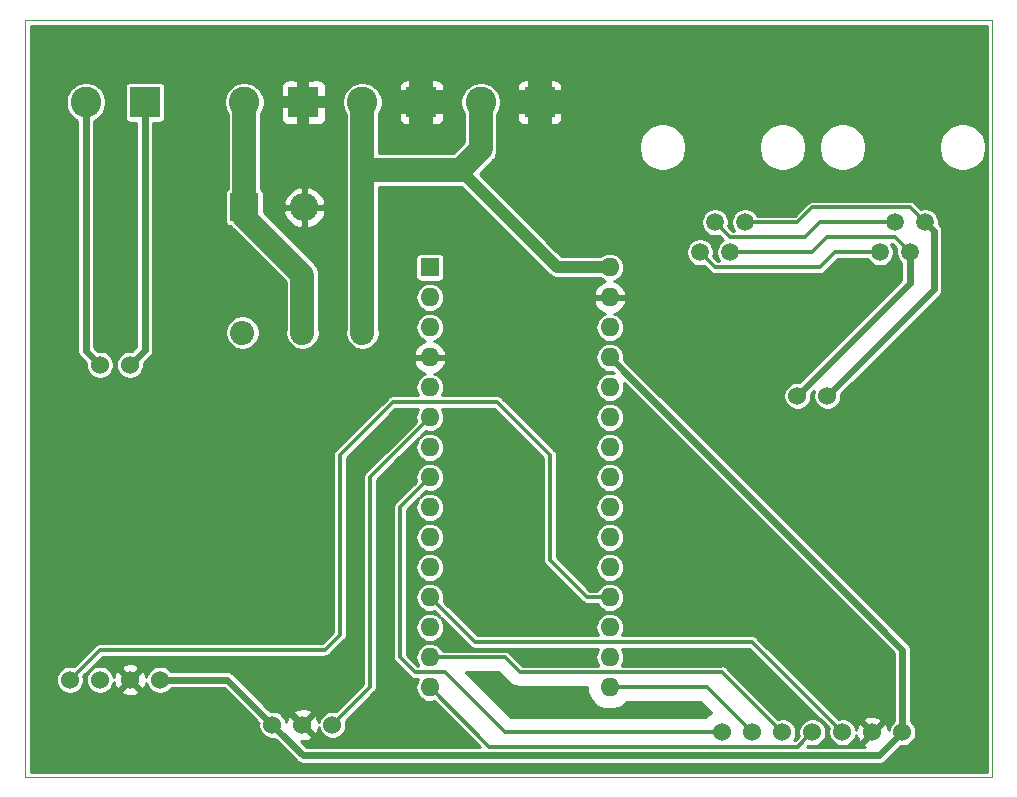
<source format=gbl>
G04 #@! TF.GenerationSoftware,KiCad,Pcbnew,5.1.0-060a0da~80~ubuntu18.04.1*
G04 #@! TF.CreationDate,2019-04-09T01:33:59+03:00*
G04 #@! TF.ProjectId,Borjomi,426f726a-6f6d-4692-9e6b-696361645f70,w01*
G04 #@! TF.SameCoordinates,Original*
G04 #@! TF.FileFunction,Copper,L2,Bot*
G04 #@! TF.FilePolarity,Positive*
%FSLAX46Y46*%
G04 Gerber Fmt 4.6, Leading zero omitted, Abs format (unit mm)*
G04 Created by KiCad (PCBNEW 5.1.0-060a0da~80~ubuntu18.04.1) date 2019-04-09 01:33:59*
%MOMM*%
%LPD*%
G04 APERTURE LIST*
%ADD10C,0.120000*%
%ADD11O,2.400000X2.400000*%
%ADD12R,2.400000X2.400000*%
%ADD13C,2.048000*%
%ADD14C,1.524000*%
%ADD15C,2.600000*%
%ADD16R,2.600000X2.600000*%
%ADD17C,1.520000*%
%ADD18O,1.600000X1.600000*%
%ADD19R,1.600000X1.600000*%
%ADD20C,0.300000*%
%ADD21C,0.600000*%
%ADD22C,2.000000*%
%ADD23C,1.000000*%
%ADD24C,0.245000*%
G04 APERTURE END LIST*
D10*
X48895000Y-99060000D02*
X48895000Y-34925000D01*
X130810000Y-99060000D02*
X48895000Y-99060000D01*
X130810000Y-34925000D02*
X130810000Y-99060000D01*
X48895000Y-34925000D02*
X130810000Y-34925000D01*
D11*
X72550000Y-50800000D03*
D12*
X67470000Y-50800000D03*
D13*
X77470000Y-61400000D03*
X67310000Y-61400000D03*
X72390000Y-61400000D03*
D14*
X69850000Y-94600000D03*
X72390000Y-94600000D03*
X74930000Y-94600000D03*
D15*
X54055000Y-41910000D03*
D16*
X59055000Y-41910000D03*
D15*
X67470000Y-41910000D03*
D16*
X72470000Y-41910000D03*
D15*
X77470000Y-41910000D03*
D16*
X82470000Y-41910000D03*
D15*
X87470000Y-41910000D03*
D16*
X92470000Y-41910000D03*
D17*
X109855000Y-52070000D03*
X108585000Y-54610000D03*
X107315000Y-52070000D03*
X106045000Y-54610000D03*
X125095000Y-52070000D03*
X123825000Y-54610000D03*
X122555000Y-52070000D03*
X121285000Y-54610000D03*
D18*
X98425000Y-91440000D03*
X83185000Y-91440000D03*
X98425000Y-55880000D03*
X83185000Y-88900000D03*
X98425000Y-58420000D03*
X83185000Y-86360000D03*
X98425000Y-60960000D03*
X83185000Y-83820000D03*
X98425000Y-63500000D03*
X83185000Y-81280000D03*
X98425000Y-66040000D03*
X83185000Y-78740000D03*
X98425000Y-68580000D03*
X83185000Y-76200000D03*
X98425000Y-71120000D03*
X83185000Y-73660000D03*
X98425000Y-73660000D03*
X83185000Y-71120000D03*
X98425000Y-76200000D03*
X83185000Y-68580000D03*
X98425000Y-78740000D03*
X83185000Y-66040000D03*
X98425000Y-81280000D03*
X83185000Y-63500000D03*
X98425000Y-83820000D03*
X83185000Y-60960000D03*
X98425000Y-86360000D03*
X83185000Y-58420000D03*
X98425000Y-88900000D03*
D19*
X83185000Y-55880000D03*
D14*
X116840000Y-66750000D03*
X123190000Y-95250000D03*
X120650000Y-95250000D03*
X118110000Y-95250000D03*
X115570000Y-95250000D03*
X113030000Y-95250000D03*
X110490000Y-95250000D03*
X107950000Y-95250000D03*
X114300000Y-66750000D03*
X57785000Y-64135000D03*
X55245000Y-64135000D03*
X60325000Y-90805000D03*
X57785000Y-90805000D03*
X55245000Y-90805000D03*
X52705000Y-90805000D03*
D20*
X52705000Y-90805000D02*
X55245000Y-88265000D01*
X93345000Y-80645000D02*
X96520000Y-83820000D01*
X74295000Y-88265000D02*
X75565000Y-86995000D01*
X75565000Y-86995000D02*
X75565000Y-71755000D01*
X75565000Y-71755000D02*
X80029999Y-67290001D01*
X93345000Y-71755000D02*
X93345000Y-80645000D01*
X80029999Y-67290001D02*
X88880001Y-67290001D01*
X88880001Y-67290001D02*
X93345000Y-71755000D01*
X96520000Y-83820000D02*
X98425000Y-83820000D01*
X55245000Y-88265000D02*
X74295000Y-88265000D01*
D21*
X67232999Y-89442999D02*
X72390000Y-94600000D01*
X57785000Y-90805000D02*
X59147001Y-89442999D01*
X59147001Y-89442999D02*
X67232999Y-89442999D01*
D22*
X82470000Y-41910000D02*
X84455000Y-41910000D01*
X82470000Y-41830000D02*
X82470000Y-39370000D01*
D23*
X82470000Y-40720000D02*
X82470000Y-40640000D01*
D22*
X82470000Y-41910000D02*
X82470000Y-43815000D01*
X82470000Y-41910000D02*
X80645000Y-41910000D01*
X92470000Y-39370000D02*
X92470000Y-41910000D01*
X92470000Y-41910000D02*
X92470000Y-44450000D01*
X92470000Y-41910000D02*
X95250000Y-41910000D01*
X92470000Y-41910000D02*
X90577856Y-41910000D01*
D23*
X72470000Y-41910000D02*
X72470000Y-39370000D01*
X72470000Y-41910000D02*
X72470000Y-44450000D01*
X72470000Y-41910000D02*
X74295000Y-41910000D01*
X72470000Y-41910000D02*
X70485000Y-41910000D01*
D20*
X83185000Y-68580000D02*
X80010000Y-71755000D01*
X78105000Y-73660000D02*
X78105000Y-91425000D01*
X74930000Y-94600000D02*
X78090000Y-91440000D01*
X78105000Y-73660000D02*
X80010000Y-71755000D01*
D21*
X123190000Y-88265000D02*
X98425000Y-63500000D01*
X123190000Y-95250000D02*
X123190000Y-88265000D01*
X70611999Y-95361999D02*
X69850000Y-94600000D01*
X72462011Y-97212011D02*
X70611999Y-95361999D01*
X121227989Y-97212011D02*
X72462011Y-97212011D01*
X123190000Y-95250000D02*
X121227989Y-97212011D01*
X69088001Y-93838001D02*
X69073001Y-93838001D01*
X69850000Y-94600000D02*
X69088001Y-93838001D01*
X69073001Y-93838001D02*
X66040000Y-90805000D01*
X66040000Y-90805000D02*
X60325000Y-90805000D01*
D20*
X86975001Y-87610001D02*
X110470001Y-87610001D01*
X83185000Y-83820000D02*
X86975001Y-87610001D01*
X110470001Y-87610001D02*
X118110000Y-95250000D01*
X112268001Y-94488001D02*
X113030000Y-95250000D01*
X107930001Y-90150001D02*
X112268001Y-94488001D01*
X83185000Y-88900000D02*
X89535000Y-88900000D01*
X89535000Y-88900000D02*
X90805000Y-90170000D01*
X107910002Y-90170000D02*
X107930001Y-90150001D01*
X90805000Y-90170000D02*
X107910002Y-90170000D01*
D22*
X85725000Y-47625000D02*
X80010000Y-47625000D01*
X87470000Y-45880000D02*
X85725000Y-47625000D01*
X80010000Y-47625000D02*
X77470000Y-47625000D01*
X77470000Y-47625000D02*
X77470000Y-61400000D01*
D23*
X93980000Y-55880000D02*
X85725000Y-47625000D01*
X98425000Y-55880000D02*
X93980000Y-55880000D01*
D22*
X77470000Y-41910000D02*
X77470000Y-47625000D01*
X87470000Y-45880000D02*
X87470000Y-41910000D01*
D20*
X114808001Y-96011999D02*
X115570000Y-95250000D01*
X114357999Y-96462001D02*
X114808001Y-96011999D01*
X88207001Y-96462001D02*
X114357999Y-96462001D01*
X83185000Y-91440000D02*
X88207001Y-96462001D01*
X106680000Y-91440000D02*
X98478740Y-91440000D01*
X109412370Y-94172370D02*
X106680000Y-91440000D01*
X109412370Y-94172370D02*
X110490000Y-95250000D01*
X117475000Y-54610000D02*
X121285000Y-54610000D01*
X116205000Y-55880000D02*
X117475000Y-54610000D01*
X106045000Y-54610000D02*
X107315000Y-55880000D01*
X107315000Y-55880000D02*
X116205000Y-55880000D01*
X107315000Y-52070000D02*
X108585000Y-53340000D01*
X108585000Y-53340000D02*
X114935000Y-53340000D01*
X114935000Y-53340000D02*
X116205000Y-52070000D01*
X116205000Y-52070000D02*
X122555000Y-52070000D01*
X123825000Y-54610000D02*
X122555000Y-53340000D01*
X122555000Y-53340000D02*
X116840000Y-53340000D01*
X115570000Y-54610000D02*
X108585000Y-54610000D01*
X116840000Y-53340000D02*
X115570000Y-54610000D01*
D21*
X123825000Y-57225000D02*
X114300000Y-66750000D01*
X123825000Y-54610000D02*
X123825000Y-57225000D01*
D20*
X114300000Y-52070000D02*
X109855000Y-52070000D01*
X115570000Y-50800000D02*
X114300000Y-52070000D01*
X125095000Y-52070000D02*
X123825000Y-50800000D01*
X123825000Y-50800000D02*
X115570000Y-50800000D01*
D21*
X125095000Y-52070000D02*
X125854999Y-52829999D01*
X125854999Y-57735001D02*
X116840000Y-66750000D01*
X125854999Y-52829999D02*
X125854999Y-57735001D01*
X54055000Y-62945000D02*
X55245000Y-64135000D01*
X54055000Y-43895000D02*
X54055000Y-41910000D01*
X54055000Y-43895000D02*
X54055000Y-62945000D01*
X57785000Y-64135000D02*
X59055000Y-62865000D01*
X59055000Y-43815000D02*
X59055000Y-41910000D01*
X59055000Y-43815000D02*
X59055000Y-43180000D01*
X59055000Y-62865000D02*
X59055000Y-43815000D01*
D22*
X72390000Y-56515000D02*
X72390000Y-61400000D01*
X67470000Y-51595000D02*
X72390000Y-56515000D01*
D20*
X84455000Y-90170000D02*
X89535000Y-95250000D01*
X80645000Y-88900000D02*
X81915000Y-90170000D01*
X92710000Y-95250000D02*
X107950000Y-95250000D01*
X83185000Y-73660000D02*
X80645000Y-76200000D01*
X80645000Y-76200000D02*
X80645000Y-88900000D01*
X92710000Y-95250000D02*
X89535000Y-95250000D01*
X81915000Y-90170000D02*
X84455000Y-90170000D01*
D22*
X67470000Y-44290000D02*
X67470000Y-41910000D01*
X67470000Y-44290000D02*
X67470000Y-51595000D01*
X67470000Y-43180000D02*
X67470000Y-44290000D01*
D24*
G36*
X130327501Y-98577500D02*
G01*
X49377500Y-98577500D01*
X49377500Y-90688337D01*
X51520500Y-90688337D01*
X51520500Y-90921663D01*
X51566020Y-91150506D01*
X51655310Y-91366071D01*
X51784939Y-91560075D01*
X51949925Y-91725061D01*
X52143929Y-91854690D01*
X52359494Y-91943980D01*
X52588337Y-91989500D01*
X52821663Y-91989500D01*
X53050506Y-91943980D01*
X53266071Y-91854690D01*
X53460075Y-91725061D01*
X53625061Y-91560075D01*
X53754690Y-91366071D01*
X53843980Y-91150506D01*
X53889500Y-90921663D01*
X53889500Y-90688337D01*
X54060500Y-90688337D01*
X54060500Y-90921663D01*
X54106020Y-91150506D01*
X54195310Y-91366071D01*
X54324939Y-91560075D01*
X54489925Y-91725061D01*
X54683929Y-91854690D01*
X54899494Y-91943980D01*
X55128337Y-91989500D01*
X55361663Y-91989500D01*
X55590506Y-91943980D01*
X55806071Y-91854690D01*
X55931322Y-91771000D01*
X57004969Y-91771000D01*
X57072574Y-92009291D01*
X57321209Y-92125138D01*
X57587667Y-92190253D01*
X57861708Y-92202133D01*
X58132801Y-92160322D01*
X58390528Y-92066428D01*
X58497426Y-92009291D01*
X58565031Y-91771000D01*
X57785000Y-90990969D01*
X57004969Y-91771000D01*
X55931322Y-91771000D01*
X56000075Y-91725061D01*
X56165061Y-91560075D01*
X56294690Y-91366071D01*
X56383980Y-91150506D01*
X56409521Y-91022105D01*
X56429678Y-91152801D01*
X56523572Y-91410528D01*
X56580709Y-91517426D01*
X56819000Y-91585031D01*
X57599031Y-90805000D01*
X57970969Y-90805000D01*
X58751000Y-91585031D01*
X58989291Y-91517426D01*
X59105138Y-91268791D01*
X59162697Y-91033254D01*
X59186020Y-91150506D01*
X59275310Y-91366071D01*
X59404939Y-91560075D01*
X59569925Y-91725061D01*
X59763929Y-91854690D01*
X59979494Y-91943980D01*
X60208337Y-91989500D01*
X60441663Y-91989500D01*
X60670506Y-91943980D01*
X60886071Y-91854690D01*
X61080075Y-91725061D01*
X61245061Y-91560075D01*
X61266827Y-91527500D01*
X65740732Y-91527500D01*
X68537027Y-94323797D01*
X68559645Y-94351357D01*
X68587205Y-94373975D01*
X68587207Y-94373977D01*
X68609797Y-94392516D01*
X68669660Y-94441644D01*
X68670123Y-94441892D01*
X68673143Y-94444912D01*
X68665500Y-94483337D01*
X68665500Y-94716663D01*
X68711020Y-94945506D01*
X68800310Y-95161071D01*
X68929939Y-95355075D01*
X69094925Y-95520061D01*
X69288929Y-95649690D01*
X69504494Y-95738980D01*
X69733337Y-95784500D01*
X69966663Y-95784500D01*
X70005087Y-95776857D01*
X70126205Y-95897975D01*
X70126216Y-95897984D01*
X71926037Y-97697807D01*
X71948655Y-97725367D01*
X71976215Y-97747985D01*
X71976217Y-97747987D01*
X72001627Y-97768840D01*
X72058670Y-97815654D01*
X72184185Y-97882743D01*
X72320376Y-97924056D01*
X72426526Y-97934511D01*
X72426533Y-97934511D01*
X72462010Y-97938005D01*
X72497487Y-97934511D01*
X121192504Y-97934511D01*
X121227989Y-97938006D01*
X121263474Y-97934511D01*
X121369624Y-97924056D01*
X121505815Y-97882743D01*
X121631330Y-97815654D01*
X121741345Y-97725367D01*
X121763972Y-97697796D01*
X123034912Y-96426857D01*
X123073337Y-96434500D01*
X123306663Y-96434500D01*
X123535506Y-96388980D01*
X123751071Y-96299690D01*
X123945075Y-96170061D01*
X124110061Y-96005075D01*
X124239690Y-95811071D01*
X124328980Y-95595506D01*
X124374500Y-95366663D01*
X124374500Y-95133337D01*
X124328980Y-94904494D01*
X124239690Y-94688929D01*
X124110061Y-94494925D01*
X123945075Y-94329939D01*
X123912500Y-94308173D01*
X123912500Y-88300485D01*
X123915995Y-88265000D01*
X123902045Y-88123365D01*
X123860732Y-87987174D01*
X123793643Y-87861659D01*
X123703356Y-87751644D01*
X123675791Y-87729022D01*
X99634887Y-63688119D01*
X99653415Y-63500000D01*
X99629811Y-63260348D01*
X99559907Y-63029906D01*
X99446390Y-62817529D01*
X99293621Y-62631379D01*
X99107471Y-62478610D01*
X98895094Y-62365093D01*
X98664652Y-62295189D01*
X98485055Y-62277500D01*
X98364945Y-62277500D01*
X98185348Y-62295189D01*
X97954906Y-62365093D01*
X97742529Y-62478610D01*
X97556379Y-62631379D01*
X97403610Y-62817529D01*
X97290093Y-63029906D01*
X97220189Y-63260348D01*
X97196585Y-63500000D01*
X97220189Y-63739652D01*
X97290093Y-63970094D01*
X97403610Y-64182471D01*
X97556379Y-64368621D01*
X97742529Y-64521390D01*
X97954906Y-64634907D01*
X98185348Y-64704811D01*
X98364945Y-64722500D01*
X98485055Y-64722500D01*
X98613119Y-64709887D01*
X98770543Y-64867311D01*
X98664652Y-64835189D01*
X98485055Y-64817500D01*
X98364945Y-64817500D01*
X98185348Y-64835189D01*
X97954906Y-64905093D01*
X97742529Y-65018610D01*
X97556379Y-65171379D01*
X97403610Y-65357529D01*
X97290093Y-65569906D01*
X97220189Y-65800348D01*
X97196585Y-66040000D01*
X97220189Y-66279652D01*
X97290093Y-66510094D01*
X97403610Y-66722471D01*
X97556379Y-66908621D01*
X97742529Y-67061390D01*
X97954906Y-67174907D01*
X98185348Y-67244811D01*
X98364945Y-67262500D01*
X98485055Y-67262500D01*
X98664652Y-67244811D01*
X98895094Y-67174907D01*
X99107471Y-67061390D01*
X99293621Y-66908621D01*
X99446390Y-66722471D01*
X99559907Y-66510094D01*
X99629811Y-66279652D01*
X99653415Y-66040000D01*
X99629811Y-65800348D01*
X99597689Y-65694457D01*
X122467501Y-88564270D01*
X122467500Y-94308173D01*
X122434925Y-94329939D01*
X122269939Y-94494925D01*
X122140310Y-94688929D01*
X122051020Y-94904494D01*
X122025479Y-95032895D01*
X122005322Y-94902199D01*
X121911428Y-94644472D01*
X121854291Y-94537574D01*
X121616000Y-94469969D01*
X120835969Y-95250000D01*
X120850112Y-95264143D01*
X120664143Y-95450112D01*
X120650000Y-95435969D01*
X119869969Y-96216000D01*
X119937574Y-96454291D01*
X120013164Y-96489511D01*
X115140126Y-96489511D01*
X115232705Y-96396932D01*
X115232709Y-96396927D01*
X115237975Y-96391661D01*
X115453337Y-96434500D01*
X115686663Y-96434500D01*
X115915506Y-96388980D01*
X116131071Y-96299690D01*
X116325075Y-96170061D01*
X116490061Y-96005075D01*
X116619690Y-95811071D01*
X116708980Y-95595506D01*
X116754500Y-95366663D01*
X116754500Y-95133337D01*
X116708980Y-94904494D01*
X116619690Y-94688929D01*
X116490061Y-94494925D01*
X116325075Y-94329939D01*
X116131071Y-94200310D01*
X115915506Y-94111020D01*
X115686663Y-94065500D01*
X115453337Y-94065500D01*
X115224494Y-94111020D01*
X115008929Y-94200310D01*
X114814925Y-94329939D01*
X114649939Y-94494925D01*
X114520310Y-94688929D01*
X114431020Y-94904494D01*
X114385500Y-95133337D01*
X114385500Y-95366663D01*
X114428339Y-95582025D01*
X114423073Y-95587291D01*
X114423068Y-95587295D01*
X114120863Y-95889501D01*
X114027285Y-95889501D01*
X114079690Y-95811071D01*
X114168980Y-95595506D01*
X114214500Y-95366663D01*
X114214500Y-95133337D01*
X114168980Y-94904494D01*
X114079690Y-94688929D01*
X113950061Y-94494925D01*
X113785075Y-94329939D01*
X113591071Y-94200310D01*
X113375506Y-94111020D01*
X113146663Y-94065500D01*
X112913337Y-94065500D01*
X112697975Y-94108339D01*
X112692709Y-94103073D01*
X112692705Y-94103068D01*
X108354708Y-89765072D01*
X108336778Y-89743224D01*
X108249603Y-89671682D01*
X108150147Y-89618522D01*
X108042230Y-89585785D01*
X107930001Y-89574732D01*
X107817772Y-89585785D01*
X107779154Y-89597500D01*
X99434056Y-89597500D01*
X99446390Y-89582471D01*
X99559907Y-89370094D01*
X99629811Y-89139652D01*
X99653415Y-88900000D01*
X99629811Y-88660348D01*
X99559907Y-88429906D01*
X99446390Y-88217529D01*
X99417643Y-88182501D01*
X110232865Y-88182501D01*
X116968338Y-94917975D01*
X116925500Y-95133337D01*
X116925500Y-95366663D01*
X116971020Y-95595506D01*
X117060310Y-95811071D01*
X117189939Y-96005075D01*
X117354925Y-96170061D01*
X117548929Y-96299690D01*
X117764494Y-96388980D01*
X117993337Y-96434500D01*
X118226663Y-96434500D01*
X118455506Y-96388980D01*
X118671071Y-96299690D01*
X118865075Y-96170061D01*
X119030061Y-96005075D01*
X119159690Y-95811071D01*
X119248980Y-95595506D01*
X119274521Y-95467105D01*
X119294678Y-95597801D01*
X119388572Y-95855528D01*
X119445709Y-95962426D01*
X119684000Y-96030031D01*
X120464031Y-95250000D01*
X119684000Y-94469969D01*
X119445709Y-94537574D01*
X119329862Y-94786209D01*
X119272303Y-95021746D01*
X119248980Y-94904494D01*
X119159690Y-94688929D01*
X119030061Y-94494925D01*
X118865075Y-94329939D01*
X118796323Y-94284000D01*
X119869969Y-94284000D01*
X120650000Y-95064031D01*
X121430031Y-94284000D01*
X121362426Y-94045709D01*
X121113791Y-93929862D01*
X120847333Y-93864747D01*
X120573292Y-93852867D01*
X120302199Y-93894678D01*
X120044472Y-93988572D01*
X119937574Y-94045709D01*
X119869969Y-94284000D01*
X118796323Y-94284000D01*
X118671071Y-94200310D01*
X118455506Y-94111020D01*
X118226663Y-94065500D01*
X117993337Y-94065500D01*
X117777975Y-94108338D01*
X110894711Y-87225075D01*
X110876778Y-87203224D01*
X110789604Y-87131681D01*
X110690147Y-87078521D01*
X110582231Y-87045785D01*
X110498124Y-87037501D01*
X110498117Y-87037501D01*
X110470001Y-87034732D01*
X110441885Y-87037501D01*
X99449046Y-87037501D01*
X99559907Y-86830094D01*
X99629811Y-86599652D01*
X99653415Y-86360000D01*
X99629811Y-86120348D01*
X99559907Y-85889906D01*
X99446390Y-85677529D01*
X99293621Y-85491379D01*
X99107471Y-85338610D01*
X98895094Y-85225093D01*
X98664652Y-85155189D01*
X98485055Y-85137500D01*
X98364945Y-85137500D01*
X98185348Y-85155189D01*
X97954906Y-85225093D01*
X97742529Y-85338610D01*
X97556379Y-85491379D01*
X97403610Y-85677529D01*
X97290093Y-85889906D01*
X97220189Y-86120348D01*
X97196585Y-86360000D01*
X97220189Y-86599652D01*
X97290093Y-86830094D01*
X97400954Y-87037501D01*
X87212138Y-87037501D01*
X84353614Y-84178978D01*
X84389811Y-84059652D01*
X84413415Y-83820000D01*
X84389811Y-83580348D01*
X84319907Y-83349906D01*
X84206390Y-83137529D01*
X84053621Y-82951379D01*
X83867471Y-82798610D01*
X83655094Y-82685093D01*
X83424652Y-82615189D01*
X83245055Y-82597500D01*
X83124945Y-82597500D01*
X82945348Y-82615189D01*
X82714906Y-82685093D01*
X82502529Y-82798610D01*
X82316379Y-82951379D01*
X82163610Y-83137529D01*
X82050093Y-83349906D01*
X81980189Y-83580348D01*
X81956585Y-83820000D01*
X81980189Y-84059652D01*
X82050093Y-84290094D01*
X82163610Y-84502471D01*
X82316379Y-84688621D01*
X82502529Y-84841390D01*
X82714906Y-84954907D01*
X82945348Y-85024811D01*
X83124945Y-85042500D01*
X83245055Y-85042500D01*
X83424652Y-85024811D01*
X83543978Y-84988614D01*
X84015264Y-85459900D01*
X83867471Y-85338610D01*
X83655094Y-85225093D01*
X83424652Y-85155189D01*
X83245055Y-85137500D01*
X83124945Y-85137500D01*
X82945348Y-85155189D01*
X82714906Y-85225093D01*
X82502529Y-85338610D01*
X82316379Y-85491379D01*
X82163610Y-85677529D01*
X82050093Y-85889906D01*
X81980189Y-86120348D01*
X81956585Y-86360000D01*
X81980189Y-86599652D01*
X82050093Y-86830094D01*
X82163610Y-87042471D01*
X82316379Y-87228621D01*
X82502529Y-87381390D01*
X82714906Y-87494907D01*
X82945348Y-87564811D01*
X83124945Y-87582500D01*
X83245055Y-87582500D01*
X83424652Y-87564811D01*
X83655094Y-87494907D01*
X83867471Y-87381390D01*
X84053621Y-87228621D01*
X84206390Y-87042471D01*
X84319907Y-86830094D01*
X84389811Y-86599652D01*
X84413415Y-86360000D01*
X84389811Y-86120348D01*
X84319907Y-85889906D01*
X84206390Y-85677529D01*
X84085100Y-85529736D01*
X86550296Y-87994933D01*
X86568224Y-88016778D01*
X86655398Y-88088321D01*
X86754855Y-88141481D01*
X86862771Y-88174217D01*
X86946878Y-88182501D01*
X86946885Y-88182501D01*
X86975001Y-88185270D01*
X87003117Y-88182501D01*
X97432357Y-88182501D01*
X97403610Y-88217529D01*
X97290093Y-88429906D01*
X97220189Y-88660348D01*
X97196585Y-88900000D01*
X97220189Y-89139652D01*
X97290093Y-89370094D01*
X97403610Y-89582471D01*
X97415944Y-89597500D01*
X91042137Y-89597500D01*
X89959710Y-88515073D01*
X89941777Y-88493223D01*
X89854603Y-88421680D01*
X89755146Y-88368520D01*
X89647230Y-88335784D01*
X89563123Y-88327500D01*
X89563116Y-88327500D01*
X89535000Y-88324731D01*
X89506884Y-88327500D01*
X84265170Y-88327500D01*
X84206390Y-88217529D01*
X84053621Y-88031379D01*
X83867471Y-87878610D01*
X83655094Y-87765093D01*
X83424652Y-87695189D01*
X83245055Y-87677500D01*
X83124945Y-87677500D01*
X82945348Y-87695189D01*
X82714906Y-87765093D01*
X82502529Y-87878610D01*
X82316379Y-88031379D01*
X82163610Y-88217529D01*
X82050093Y-88429906D01*
X81980189Y-88660348D01*
X81956585Y-88900000D01*
X81980189Y-89139652D01*
X82050093Y-89370094D01*
X82163610Y-89582471D01*
X82175944Y-89597500D01*
X82152137Y-89597500D01*
X81217500Y-88662864D01*
X81217500Y-81280000D01*
X81956585Y-81280000D01*
X81980189Y-81519652D01*
X82050093Y-81750094D01*
X82163610Y-81962471D01*
X82316379Y-82148621D01*
X82502529Y-82301390D01*
X82714906Y-82414907D01*
X82945348Y-82484811D01*
X83124945Y-82502500D01*
X83245055Y-82502500D01*
X83424652Y-82484811D01*
X83655094Y-82414907D01*
X83867471Y-82301390D01*
X84053621Y-82148621D01*
X84206390Y-81962471D01*
X84319907Y-81750094D01*
X84389811Y-81519652D01*
X84413415Y-81280000D01*
X84389811Y-81040348D01*
X84319907Y-80809906D01*
X84206390Y-80597529D01*
X84053621Y-80411379D01*
X83867471Y-80258610D01*
X83655094Y-80145093D01*
X83424652Y-80075189D01*
X83245055Y-80057500D01*
X83124945Y-80057500D01*
X82945348Y-80075189D01*
X82714906Y-80145093D01*
X82502529Y-80258610D01*
X82316379Y-80411379D01*
X82163610Y-80597529D01*
X82050093Y-80809906D01*
X81980189Y-81040348D01*
X81956585Y-81280000D01*
X81217500Y-81280000D01*
X81217500Y-78740000D01*
X81956585Y-78740000D01*
X81980189Y-78979652D01*
X82050093Y-79210094D01*
X82163610Y-79422471D01*
X82316379Y-79608621D01*
X82502529Y-79761390D01*
X82714906Y-79874907D01*
X82945348Y-79944811D01*
X83124945Y-79962500D01*
X83245055Y-79962500D01*
X83424652Y-79944811D01*
X83655094Y-79874907D01*
X83867471Y-79761390D01*
X84053621Y-79608621D01*
X84206390Y-79422471D01*
X84319907Y-79210094D01*
X84389811Y-78979652D01*
X84413415Y-78740000D01*
X84389811Y-78500348D01*
X84319907Y-78269906D01*
X84206390Y-78057529D01*
X84053621Y-77871379D01*
X83867471Y-77718610D01*
X83655094Y-77605093D01*
X83424652Y-77535189D01*
X83245055Y-77517500D01*
X83124945Y-77517500D01*
X82945348Y-77535189D01*
X82714906Y-77605093D01*
X82502529Y-77718610D01*
X82316379Y-77871379D01*
X82163610Y-78057529D01*
X82050093Y-78269906D01*
X81980189Y-78500348D01*
X81956585Y-78740000D01*
X81217500Y-78740000D01*
X81217500Y-76437136D01*
X82284899Y-75369737D01*
X82163610Y-75517529D01*
X82050093Y-75729906D01*
X81980189Y-75960348D01*
X81956585Y-76200000D01*
X81980189Y-76439652D01*
X82050093Y-76670094D01*
X82163610Y-76882471D01*
X82316379Y-77068621D01*
X82502529Y-77221390D01*
X82714906Y-77334907D01*
X82945348Y-77404811D01*
X83124945Y-77422500D01*
X83245055Y-77422500D01*
X83424652Y-77404811D01*
X83655094Y-77334907D01*
X83867471Y-77221390D01*
X84053621Y-77068621D01*
X84206390Y-76882471D01*
X84319907Y-76670094D01*
X84389811Y-76439652D01*
X84413415Y-76200000D01*
X84389811Y-75960348D01*
X84319907Y-75729906D01*
X84206390Y-75517529D01*
X84053621Y-75331379D01*
X83867471Y-75178610D01*
X83655094Y-75065093D01*
X83424652Y-74995189D01*
X83245055Y-74977500D01*
X83124945Y-74977500D01*
X82945348Y-74995189D01*
X82714906Y-75065093D01*
X82502529Y-75178610D01*
X82354737Y-75299899D01*
X82826023Y-74828614D01*
X82945348Y-74864811D01*
X83124945Y-74882500D01*
X83245055Y-74882500D01*
X83424652Y-74864811D01*
X83655094Y-74794907D01*
X83867471Y-74681390D01*
X84053621Y-74528621D01*
X84206390Y-74342471D01*
X84319907Y-74130094D01*
X84389811Y-73899652D01*
X84413415Y-73660000D01*
X84389811Y-73420348D01*
X84319907Y-73189906D01*
X84206390Y-72977529D01*
X84053621Y-72791379D01*
X83867471Y-72638610D01*
X83655094Y-72525093D01*
X83424652Y-72455189D01*
X83245055Y-72437500D01*
X83124945Y-72437500D01*
X82945348Y-72455189D01*
X82714906Y-72525093D01*
X82502529Y-72638610D01*
X82316379Y-72791379D01*
X82163610Y-72977529D01*
X82050093Y-73189906D01*
X81980189Y-73420348D01*
X81956585Y-73660000D01*
X81980189Y-73899652D01*
X82016386Y-74018977D01*
X80260074Y-75775290D01*
X80238223Y-75793223D01*
X80166680Y-75880398D01*
X80113520Y-75979855D01*
X80080784Y-76087771D01*
X80072500Y-76171878D01*
X80072500Y-76171884D01*
X80069731Y-76200000D01*
X80072500Y-76228116D01*
X80072501Y-88871874D01*
X80069731Y-88900000D01*
X80080784Y-89012229D01*
X80113521Y-89120146D01*
X80166681Y-89219603D01*
X80238224Y-89306777D01*
X80260069Y-89324705D01*
X81490295Y-90554932D01*
X81508223Y-90576777D01*
X81595397Y-90648320D01*
X81694854Y-90701480D01*
X81770033Y-90724285D01*
X81802769Y-90734216D01*
X81814590Y-90735380D01*
X81886877Y-90742500D01*
X81886883Y-90742500D01*
X81914999Y-90745269D01*
X81943115Y-90742500D01*
X82175944Y-90742500D01*
X82163610Y-90757529D01*
X82050093Y-90969906D01*
X81980189Y-91200348D01*
X81956585Y-91440000D01*
X81980189Y-91679652D01*
X82050093Y-91910094D01*
X82163610Y-92122471D01*
X82316379Y-92308621D01*
X82502529Y-92461390D01*
X82714906Y-92574907D01*
X82945348Y-92644811D01*
X83124945Y-92662500D01*
X83245055Y-92662500D01*
X83424652Y-92644811D01*
X83543978Y-92608614D01*
X87424874Y-96489511D01*
X72761281Y-96489511D01*
X72259939Y-95988169D01*
X72466708Y-95997133D01*
X72737801Y-95955322D01*
X72995528Y-95861428D01*
X73102426Y-95804291D01*
X73170031Y-95566000D01*
X72390000Y-94785969D01*
X72375858Y-94800112D01*
X72189889Y-94614143D01*
X72204031Y-94600000D01*
X71424000Y-93819969D01*
X71185709Y-93887574D01*
X71069862Y-94136209D01*
X71012303Y-94371746D01*
X70988980Y-94254494D01*
X70899690Y-94038929D01*
X70770061Y-93844925D01*
X70605075Y-93679939D01*
X70536323Y-93634000D01*
X71609969Y-93634000D01*
X72390000Y-94414031D01*
X73170031Y-93634000D01*
X73102426Y-93395709D01*
X72853791Y-93279862D01*
X72587333Y-93214747D01*
X72313292Y-93202867D01*
X72042199Y-93244678D01*
X71784472Y-93338572D01*
X71677574Y-93395709D01*
X71609969Y-93634000D01*
X70536323Y-93634000D01*
X70411071Y-93550310D01*
X70195506Y-93461020D01*
X69966663Y-93415500D01*
X69733337Y-93415500D01*
X69694912Y-93423143D01*
X69623983Y-93352215D01*
X69601357Y-93324645D01*
X69491342Y-93234358D01*
X69490882Y-93234112D01*
X66575983Y-90319214D01*
X66553356Y-90291644D01*
X66443341Y-90201357D01*
X66317826Y-90134268D01*
X66181635Y-90092955D01*
X66075485Y-90082500D01*
X66040000Y-90079005D01*
X66004515Y-90082500D01*
X61266827Y-90082500D01*
X61245061Y-90049925D01*
X61080075Y-89884939D01*
X60886071Y-89755310D01*
X60670506Y-89666020D01*
X60441663Y-89620500D01*
X60208337Y-89620500D01*
X59979494Y-89666020D01*
X59763929Y-89755310D01*
X59569925Y-89884939D01*
X59404939Y-90049925D01*
X59275310Y-90243929D01*
X59186020Y-90459494D01*
X59160479Y-90587895D01*
X59140322Y-90457199D01*
X59046428Y-90199472D01*
X58989291Y-90092574D01*
X58751000Y-90024969D01*
X57970969Y-90805000D01*
X57599031Y-90805000D01*
X56819000Y-90024969D01*
X56580709Y-90092574D01*
X56464862Y-90341209D01*
X56407303Y-90576746D01*
X56383980Y-90459494D01*
X56294690Y-90243929D01*
X56165061Y-90049925D01*
X56000075Y-89884939D01*
X55931323Y-89839000D01*
X57004969Y-89839000D01*
X57785000Y-90619031D01*
X58565031Y-89839000D01*
X58497426Y-89600709D01*
X58248791Y-89484862D01*
X57982333Y-89419747D01*
X57708292Y-89407867D01*
X57437199Y-89449678D01*
X57179472Y-89543572D01*
X57072574Y-89600709D01*
X57004969Y-89839000D01*
X55931323Y-89839000D01*
X55806071Y-89755310D01*
X55590506Y-89666020D01*
X55361663Y-89620500D01*
X55128337Y-89620500D01*
X54899494Y-89666020D01*
X54683929Y-89755310D01*
X54489925Y-89884939D01*
X54324939Y-90049925D01*
X54195310Y-90243929D01*
X54106020Y-90459494D01*
X54060500Y-90688337D01*
X53889500Y-90688337D01*
X53846662Y-90472975D01*
X55482137Y-88837500D01*
X74266884Y-88837500D01*
X74295000Y-88840269D01*
X74323116Y-88837500D01*
X74323123Y-88837500D01*
X74407230Y-88829216D01*
X74515146Y-88796480D01*
X74614603Y-88743320D01*
X74701777Y-88671777D01*
X74719710Y-88649927D01*
X75949933Y-87419704D01*
X75971777Y-87401777D01*
X76043320Y-87314603D01*
X76096480Y-87215146D01*
X76129216Y-87107230D01*
X76137500Y-87023123D01*
X76137500Y-87023117D01*
X76140269Y-86995001D01*
X76137500Y-86966885D01*
X76137500Y-71992136D01*
X80267136Y-67862501D01*
X82192357Y-67862501D01*
X82163610Y-67897529D01*
X82050093Y-68109906D01*
X81980189Y-68340348D01*
X81956585Y-68580000D01*
X81980189Y-68819652D01*
X82016386Y-68938977D01*
X79625073Y-71330291D01*
X79625067Y-71330296D01*
X77720074Y-73235290D01*
X77698223Y-73253223D01*
X77626680Y-73340398D01*
X77573520Y-73439855D01*
X77540784Y-73547771D01*
X77532500Y-73631878D01*
X77532500Y-73631884D01*
X77529731Y-73660000D01*
X77532500Y-73688116D01*
X77532501Y-91187862D01*
X75262025Y-93458338D01*
X75046663Y-93415500D01*
X74813337Y-93415500D01*
X74584494Y-93461020D01*
X74368929Y-93550310D01*
X74174925Y-93679939D01*
X74009939Y-93844925D01*
X73880310Y-94038929D01*
X73791020Y-94254494D01*
X73765479Y-94382895D01*
X73745322Y-94252199D01*
X73651428Y-93994472D01*
X73594291Y-93887574D01*
X73356000Y-93819969D01*
X72575969Y-94600000D01*
X73356000Y-95380031D01*
X73594291Y-95312426D01*
X73710138Y-95063791D01*
X73767697Y-94828254D01*
X73791020Y-94945506D01*
X73880310Y-95161071D01*
X74009939Y-95355075D01*
X74174925Y-95520061D01*
X74368929Y-95649690D01*
X74584494Y-95738980D01*
X74813337Y-95784500D01*
X75046663Y-95784500D01*
X75275506Y-95738980D01*
X75491071Y-95649690D01*
X75685075Y-95520061D01*
X75850061Y-95355075D01*
X75979690Y-95161071D01*
X76068980Y-94945506D01*
X76114500Y-94716663D01*
X76114500Y-94483337D01*
X76071662Y-94267975D01*
X78489932Y-91849705D01*
X78511777Y-91831777D01*
X78583320Y-91744603D01*
X78636480Y-91645146D01*
X78669216Y-91537230D01*
X78677500Y-91453123D01*
X78677500Y-73897136D01*
X80434704Y-72139933D01*
X80434709Y-72139927D01*
X82284899Y-70289738D01*
X82163610Y-70437529D01*
X82050093Y-70649906D01*
X81980189Y-70880348D01*
X81956585Y-71120000D01*
X81980189Y-71359652D01*
X82050093Y-71590094D01*
X82163610Y-71802471D01*
X82316379Y-71988621D01*
X82502529Y-72141390D01*
X82714906Y-72254907D01*
X82945348Y-72324811D01*
X83124945Y-72342500D01*
X83245055Y-72342500D01*
X83424652Y-72324811D01*
X83655094Y-72254907D01*
X83867471Y-72141390D01*
X84053621Y-71988621D01*
X84206390Y-71802471D01*
X84319907Y-71590094D01*
X84389811Y-71359652D01*
X84413415Y-71120000D01*
X84389811Y-70880348D01*
X84319907Y-70649906D01*
X84206390Y-70437529D01*
X84053621Y-70251379D01*
X83867471Y-70098610D01*
X83655094Y-69985093D01*
X83424652Y-69915189D01*
X83245055Y-69897500D01*
X83124945Y-69897500D01*
X82945348Y-69915189D01*
X82714906Y-69985093D01*
X82502529Y-70098610D01*
X82354738Y-70219899D01*
X82826023Y-69748614D01*
X82945348Y-69784811D01*
X83124945Y-69802500D01*
X83245055Y-69802500D01*
X83424652Y-69784811D01*
X83655094Y-69714907D01*
X83867471Y-69601390D01*
X84053621Y-69448621D01*
X84206390Y-69262471D01*
X84319907Y-69050094D01*
X84389811Y-68819652D01*
X84413415Y-68580000D01*
X84389811Y-68340348D01*
X84319907Y-68109906D01*
X84206390Y-67897529D01*
X84177643Y-67862501D01*
X88642865Y-67862501D01*
X92772500Y-71992137D01*
X92772501Y-80616874D01*
X92769731Y-80645000D01*
X92780784Y-80757229D01*
X92796764Y-80809906D01*
X92813521Y-80865146D01*
X92866681Y-80964603D01*
X92938224Y-81051777D01*
X92960069Y-81069705D01*
X96095295Y-84204932D01*
X96113223Y-84226777D01*
X96200397Y-84298320D01*
X96299854Y-84351480D01*
X96407770Y-84384216D01*
X96491877Y-84392500D01*
X96491883Y-84392500D01*
X96519999Y-84395269D01*
X96548115Y-84392500D01*
X97344830Y-84392500D01*
X97403610Y-84502471D01*
X97556379Y-84688621D01*
X97742529Y-84841390D01*
X97954906Y-84954907D01*
X98185348Y-85024811D01*
X98364945Y-85042500D01*
X98485055Y-85042500D01*
X98664652Y-85024811D01*
X98895094Y-84954907D01*
X99107471Y-84841390D01*
X99293621Y-84688621D01*
X99446390Y-84502471D01*
X99559907Y-84290094D01*
X99629811Y-84059652D01*
X99653415Y-83820000D01*
X99629811Y-83580348D01*
X99559907Y-83349906D01*
X99446390Y-83137529D01*
X99293621Y-82951379D01*
X99107471Y-82798610D01*
X98895094Y-82685093D01*
X98664652Y-82615189D01*
X98485055Y-82597500D01*
X98364945Y-82597500D01*
X98185348Y-82615189D01*
X97954906Y-82685093D01*
X97742529Y-82798610D01*
X97556379Y-82951379D01*
X97403610Y-83137529D01*
X97344830Y-83247500D01*
X96757137Y-83247500D01*
X94789637Y-81280000D01*
X97196585Y-81280000D01*
X97220189Y-81519652D01*
X97290093Y-81750094D01*
X97403610Y-81962471D01*
X97556379Y-82148621D01*
X97742529Y-82301390D01*
X97954906Y-82414907D01*
X98185348Y-82484811D01*
X98364945Y-82502500D01*
X98485055Y-82502500D01*
X98664652Y-82484811D01*
X98895094Y-82414907D01*
X99107471Y-82301390D01*
X99293621Y-82148621D01*
X99446390Y-81962471D01*
X99559907Y-81750094D01*
X99629811Y-81519652D01*
X99653415Y-81280000D01*
X99629811Y-81040348D01*
X99559907Y-80809906D01*
X99446390Y-80597529D01*
X99293621Y-80411379D01*
X99107471Y-80258610D01*
X98895094Y-80145093D01*
X98664652Y-80075189D01*
X98485055Y-80057500D01*
X98364945Y-80057500D01*
X98185348Y-80075189D01*
X97954906Y-80145093D01*
X97742529Y-80258610D01*
X97556379Y-80411379D01*
X97403610Y-80597529D01*
X97290093Y-80809906D01*
X97220189Y-81040348D01*
X97196585Y-81280000D01*
X94789637Y-81280000D01*
X93917500Y-80407864D01*
X93917500Y-78740000D01*
X97196585Y-78740000D01*
X97220189Y-78979652D01*
X97290093Y-79210094D01*
X97403610Y-79422471D01*
X97556379Y-79608621D01*
X97742529Y-79761390D01*
X97954906Y-79874907D01*
X98185348Y-79944811D01*
X98364945Y-79962500D01*
X98485055Y-79962500D01*
X98664652Y-79944811D01*
X98895094Y-79874907D01*
X99107471Y-79761390D01*
X99293621Y-79608621D01*
X99446390Y-79422471D01*
X99559907Y-79210094D01*
X99629811Y-78979652D01*
X99653415Y-78740000D01*
X99629811Y-78500348D01*
X99559907Y-78269906D01*
X99446390Y-78057529D01*
X99293621Y-77871379D01*
X99107471Y-77718610D01*
X98895094Y-77605093D01*
X98664652Y-77535189D01*
X98485055Y-77517500D01*
X98364945Y-77517500D01*
X98185348Y-77535189D01*
X97954906Y-77605093D01*
X97742529Y-77718610D01*
X97556379Y-77871379D01*
X97403610Y-78057529D01*
X97290093Y-78269906D01*
X97220189Y-78500348D01*
X97196585Y-78740000D01*
X93917500Y-78740000D01*
X93917500Y-76200000D01*
X97196585Y-76200000D01*
X97220189Y-76439652D01*
X97290093Y-76670094D01*
X97403610Y-76882471D01*
X97556379Y-77068621D01*
X97742529Y-77221390D01*
X97954906Y-77334907D01*
X98185348Y-77404811D01*
X98364945Y-77422500D01*
X98485055Y-77422500D01*
X98664652Y-77404811D01*
X98895094Y-77334907D01*
X99107471Y-77221390D01*
X99293621Y-77068621D01*
X99446390Y-76882471D01*
X99559907Y-76670094D01*
X99629811Y-76439652D01*
X99653415Y-76200000D01*
X99629811Y-75960348D01*
X99559907Y-75729906D01*
X99446390Y-75517529D01*
X99293621Y-75331379D01*
X99107471Y-75178610D01*
X98895094Y-75065093D01*
X98664652Y-74995189D01*
X98485055Y-74977500D01*
X98364945Y-74977500D01*
X98185348Y-74995189D01*
X97954906Y-75065093D01*
X97742529Y-75178610D01*
X97556379Y-75331379D01*
X97403610Y-75517529D01*
X97290093Y-75729906D01*
X97220189Y-75960348D01*
X97196585Y-76200000D01*
X93917500Y-76200000D01*
X93917500Y-73660000D01*
X97196585Y-73660000D01*
X97220189Y-73899652D01*
X97290093Y-74130094D01*
X97403610Y-74342471D01*
X97556379Y-74528621D01*
X97742529Y-74681390D01*
X97954906Y-74794907D01*
X98185348Y-74864811D01*
X98364945Y-74882500D01*
X98485055Y-74882500D01*
X98664652Y-74864811D01*
X98895094Y-74794907D01*
X99107471Y-74681390D01*
X99293621Y-74528621D01*
X99446390Y-74342471D01*
X99559907Y-74130094D01*
X99629811Y-73899652D01*
X99653415Y-73660000D01*
X99629811Y-73420348D01*
X99559907Y-73189906D01*
X99446390Y-72977529D01*
X99293621Y-72791379D01*
X99107471Y-72638610D01*
X98895094Y-72525093D01*
X98664652Y-72455189D01*
X98485055Y-72437500D01*
X98364945Y-72437500D01*
X98185348Y-72455189D01*
X97954906Y-72525093D01*
X97742529Y-72638610D01*
X97556379Y-72791379D01*
X97403610Y-72977529D01*
X97290093Y-73189906D01*
X97220189Y-73420348D01*
X97196585Y-73660000D01*
X93917500Y-73660000D01*
X93917500Y-71783115D01*
X93920269Y-71754999D01*
X93917500Y-71726883D01*
X93917500Y-71726877D01*
X93909216Y-71642770D01*
X93876480Y-71534854D01*
X93823320Y-71435397D01*
X93751777Y-71348223D01*
X93729933Y-71330296D01*
X93519637Y-71120000D01*
X97196585Y-71120000D01*
X97220189Y-71359652D01*
X97290093Y-71590094D01*
X97403610Y-71802471D01*
X97556379Y-71988621D01*
X97742529Y-72141390D01*
X97954906Y-72254907D01*
X98185348Y-72324811D01*
X98364945Y-72342500D01*
X98485055Y-72342500D01*
X98664652Y-72324811D01*
X98895094Y-72254907D01*
X99107471Y-72141390D01*
X99293621Y-71988621D01*
X99446390Y-71802471D01*
X99559907Y-71590094D01*
X99629811Y-71359652D01*
X99653415Y-71120000D01*
X99629811Y-70880348D01*
X99559907Y-70649906D01*
X99446390Y-70437529D01*
X99293621Y-70251379D01*
X99107471Y-70098610D01*
X98895094Y-69985093D01*
X98664652Y-69915189D01*
X98485055Y-69897500D01*
X98364945Y-69897500D01*
X98185348Y-69915189D01*
X97954906Y-69985093D01*
X97742529Y-70098610D01*
X97556379Y-70251379D01*
X97403610Y-70437529D01*
X97290093Y-70649906D01*
X97220189Y-70880348D01*
X97196585Y-71120000D01*
X93519637Y-71120000D01*
X90979637Y-68580000D01*
X97196585Y-68580000D01*
X97220189Y-68819652D01*
X97290093Y-69050094D01*
X97403610Y-69262471D01*
X97556379Y-69448621D01*
X97742529Y-69601390D01*
X97954906Y-69714907D01*
X98185348Y-69784811D01*
X98364945Y-69802500D01*
X98485055Y-69802500D01*
X98664652Y-69784811D01*
X98895094Y-69714907D01*
X99107471Y-69601390D01*
X99293621Y-69448621D01*
X99446390Y-69262471D01*
X99559907Y-69050094D01*
X99629811Y-68819652D01*
X99653415Y-68580000D01*
X99629811Y-68340348D01*
X99559907Y-68109906D01*
X99446390Y-67897529D01*
X99293621Y-67711379D01*
X99107471Y-67558610D01*
X98895094Y-67445093D01*
X98664652Y-67375189D01*
X98485055Y-67357500D01*
X98364945Y-67357500D01*
X98185348Y-67375189D01*
X97954906Y-67445093D01*
X97742529Y-67558610D01*
X97556379Y-67711379D01*
X97403610Y-67897529D01*
X97290093Y-68109906D01*
X97220189Y-68340348D01*
X97196585Y-68580000D01*
X90979637Y-68580000D01*
X89304711Y-66905075D01*
X89286778Y-66883224D01*
X89199604Y-66811681D01*
X89100147Y-66758521D01*
X88992231Y-66725785D01*
X88908124Y-66717501D01*
X88908117Y-66717501D01*
X88880001Y-66714732D01*
X88851885Y-66717501D01*
X84209046Y-66717501D01*
X84319907Y-66510094D01*
X84389811Y-66279652D01*
X84413415Y-66040000D01*
X84389811Y-65800348D01*
X84319907Y-65569906D01*
X84206390Y-65357529D01*
X84053621Y-65171379D01*
X83867471Y-65018610D01*
X83655094Y-64905093D01*
X83563046Y-64877170D01*
X83801398Y-64790891D01*
X84041394Y-64645834D01*
X84248480Y-64456743D01*
X84414697Y-64230885D01*
X84533657Y-63976939D01*
X84571335Y-63852713D01*
X84451064Y-63631500D01*
X83316500Y-63631500D01*
X83316500Y-63651500D01*
X83053500Y-63651500D01*
X83053500Y-63631500D01*
X81918936Y-63631500D01*
X81798665Y-63852713D01*
X81836343Y-63976939D01*
X81955303Y-64230885D01*
X82121520Y-64456743D01*
X82328606Y-64645834D01*
X82568602Y-64790891D01*
X82806954Y-64877170D01*
X82714906Y-64905093D01*
X82502529Y-65018610D01*
X82316379Y-65171379D01*
X82163610Y-65357529D01*
X82050093Y-65569906D01*
X81980189Y-65800348D01*
X81956585Y-66040000D01*
X81980189Y-66279652D01*
X82050093Y-66510094D01*
X82160954Y-66717501D01*
X80058114Y-66717501D01*
X80029998Y-66714732D01*
X80001882Y-66717501D01*
X80001876Y-66717501D01*
X79917769Y-66725785D01*
X79809853Y-66758521D01*
X79710396Y-66811681D01*
X79623222Y-66883224D01*
X79605294Y-66905069D01*
X75180069Y-71330295D01*
X75158224Y-71348223D01*
X75086681Y-71435397D01*
X75033522Y-71534853D01*
X75033521Y-71534854D01*
X75000784Y-71642771D01*
X74989731Y-71755000D01*
X74992501Y-71783126D01*
X74992500Y-86757863D01*
X74057864Y-87692500D01*
X55273115Y-87692500D01*
X55244999Y-87689731D01*
X55216883Y-87692500D01*
X55216877Y-87692500D01*
X55144590Y-87699620D01*
X55132769Y-87700784D01*
X55100033Y-87710715D01*
X55024854Y-87733520D01*
X54925397Y-87786680D01*
X54838223Y-87858223D01*
X54820295Y-87880068D01*
X53037025Y-89663338D01*
X52821663Y-89620500D01*
X52588337Y-89620500D01*
X52359494Y-89666020D01*
X52143929Y-89755310D01*
X51949925Y-89884939D01*
X51784939Y-90049925D01*
X51655310Y-90243929D01*
X51566020Y-90459494D01*
X51520500Y-90688337D01*
X49377500Y-90688337D01*
X49377500Y-41740349D01*
X52332500Y-41740349D01*
X52332500Y-42079651D01*
X52398695Y-42412435D01*
X52528541Y-42725909D01*
X52717047Y-43008029D01*
X52956971Y-43247953D01*
X53239091Y-43436459D01*
X53332500Y-43475151D01*
X53332500Y-43859516D01*
X53332501Y-62909505D01*
X53329005Y-62945000D01*
X53342955Y-63086634D01*
X53384071Y-63222174D01*
X53384269Y-63222826D01*
X53451358Y-63348341D01*
X53541645Y-63458356D01*
X53569210Y-63480978D01*
X54068143Y-63979912D01*
X54060500Y-64018337D01*
X54060500Y-64251663D01*
X54106020Y-64480506D01*
X54195310Y-64696071D01*
X54324939Y-64890075D01*
X54489925Y-65055061D01*
X54683929Y-65184690D01*
X54899494Y-65273980D01*
X55128337Y-65319500D01*
X55361663Y-65319500D01*
X55590506Y-65273980D01*
X55806071Y-65184690D01*
X56000075Y-65055061D01*
X56165061Y-64890075D01*
X56294690Y-64696071D01*
X56383980Y-64480506D01*
X56429500Y-64251663D01*
X56429500Y-64018337D01*
X56600500Y-64018337D01*
X56600500Y-64251663D01*
X56646020Y-64480506D01*
X56735310Y-64696071D01*
X56864939Y-64890075D01*
X57029925Y-65055061D01*
X57223929Y-65184690D01*
X57439494Y-65273980D01*
X57668337Y-65319500D01*
X57901663Y-65319500D01*
X58130506Y-65273980D01*
X58346071Y-65184690D01*
X58540075Y-65055061D01*
X58705061Y-64890075D01*
X58834690Y-64696071D01*
X58923980Y-64480506D01*
X58969500Y-64251663D01*
X58969500Y-64018337D01*
X58961857Y-63979912D01*
X59540801Y-63400969D01*
X59568355Y-63378356D01*
X59590969Y-63350801D01*
X59590976Y-63350794D01*
X59627814Y-63305906D01*
X59658643Y-63268341D01*
X59723347Y-63147287D01*
X81798665Y-63147287D01*
X81918936Y-63368500D01*
X83053500Y-63368500D01*
X83053500Y-63348500D01*
X83316500Y-63348500D01*
X83316500Y-63368500D01*
X84451064Y-63368500D01*
X84571335Y-63147287D01*
X84533657Y-63023061D01*
X84414697Y-62769115D01*
X84248480Y-62543257D01*
X84041394Y-62354166D01*
X83801398Y-62209109D01*
X83563046Y-62122830D01*
X83655094Y-62094907D01*
X83867471Y-61981390D01*
X84053621Y-61828621D01*
X84206390Y-61642471D01*
X84319907Y-61430094D01*
X84389811Y-61199652D01*
X84413415Y-60960000D01*
X84389811Y-60720348D01*
X84319907Y-60489906D01*
X84206390Y-60277529D01*
X84053621Y-60091379D01*
X83867471Y-59938610D01*
X83655094Y-59825093D01*
X83424652Y-59755189D01*
X83245055Y-59737500D01*
X83124945Y-59737500D01*
X82945348Y-59755189D01*
X82714906Y-59825093D01*
X82502529Y-59938610D01*
X82316379Y-60091379D01*
X82163610Y-60277529D01*
X82050093Y-60489906D01*
X81980189Y-60720348D01*
X81956585Y-60960000D01*
X81980189Y-61199652D01*
X82050093Y-61430094D01*
X82163610Y-61642471D01*
X82316379Y-61828621D01*
X82502529Y-61981390D01*
X82714906Y-62094907D01*
X82806954Y-62122830D01*
X82568602Y-62209109D01*
X82328606Y-62354166D01*
X82121520Y-62543257D01*
X81955303Y-62769115D01*
X81836343Y-63023061D01*
X81798665Y-63147287D01*
X59723347Y-63147287D01*
X59725732Y-63142826D01*
X59767045Y-63006635D01*
X59777500Y-62900485D01*
X59777500Y-62900478D01*
X59780994Y-62865001D01*
X59777500Y-62829524D01*
X59777500Y-61257532D01*
X65863500Y-61257532D01*
X65863500Y-61542468D01*
X65919088Y-61821928D01*
X66028128Y-62085175D01*
X66186430Y-62322090D01*
X66387910Y-62523570D01*
X66624825Y-62681872D01*
X66888072Y-62790912D01*
X67167532Y-62846500D01*
X67452468Y-62846500D01*
X67731928Y-62790912D01*
X67995175Y-62681872D01*
X68232090Y-62523570D01*
X68433570Y-62322090D01*
X68591872Y-62085175D01*
X68700912Y-61821928D01*
X68756500Y-61542468D01*
X68756500Y-61257532D01*
X68700912Y-60978072D01*
X68591872Y-60714825D01*
X68433570Y-60477910D01*
X68232090Y-60276430D01*
X67995175Y-60118128D01*
X67731928Y-60009088D01*
X67452468Y-59953500D01*
X67167532Y-59953500D01*
X66888072Y-60009088D01*
X66624825Y-60118128D01*
X66387910Y-60276430D01*
X66186430Y-60477910D01*
X66028128Y-60714825D01*
X65919088Y-60978072D01*
X65863500Y-61257532D01*
X59777500Y-61257532D01*
X59777500Y-43634544D01*
X60355000Y-43634544D01*
X60437824Y-43626387D01*
X60517466Y-43602228D01*
X60590864Y-43562995D01*
X60655198Y-43510198D01*
X60707995Y-43445864D01*
X60747228Y-43372466D01*
X60771387Y-43292824D01*
X60779544Y-43210000D01*
X60779544Y-41740349D01*
X65747500Y-41740349D01*
X65747500Y-42079651D01*
X65813695Y-42412435D01*
X65943541Y-42725909D01*
X66047501Y-42881496D01*
X66047500Y-43110121D01*
X66047500Y-44220126D01*
X66047501Y-49239861D01*
X66034136Y-49247005D01*
X65969802Y-49299802D01*
X65917005Y-49364136D01*
X65877772Y-49437534D01*
X65853613Y-49517176D01*
X65845456Y-49600000D01*
X65845456Y-52000000D01*
X65853613Y-52082824D01*
X65877772Y-52162466D01*
X65917005Y-52235864D01*
X65969802Y-52300198D01*
X66034136Y-52352995D01*
X66107534Y-52392228D01*
X66187176Y-52416387D01*
X66270000Y-52424544D01*
X66310583Y-52424544D01*
X66459275Y-52605726D01*
X66513551Y-52650269D01*
X70967500Y-57104219D01*
X70967501Y-61136871D01*
X70943500Y-61257532D01*
X70943500Y-61542468D01*
X70999088Y-61821928D01*
X71108128Y-62085175D01*
X71266430Y-62322090D01*
X71467910Y-62523570D01*
X71704825Y-62681872D01*
X71968072Y-62790912D01*
X72247532Y-62846500D01*
X72532468Y-62846500D01*
X72811928Y-62790912D01*
X73075175Y-62681872D01*
X73312090Y-62523570D01*
X73513570Y-62322090D01*
X73671872Y-62085175D01*
X73780912Y-61821928D01*
X73836500Y-61542468D01*
X73836500Y-61257532D01*
X73812500Y-61136876D01*
X73812500Y-56584875D01*
X73819382Y-56515000D01*
X73803951Y-56358320D01*
X73791917Y-56236141D01*
X73710577Y-55967999D01*
X73578488Y-55720878D01*
X73526818Y-55657918D01*
X73445268Y-55558549D01*
X73445265Y-55558546D01*
X73400725Y-55504274D01*
X73346454Y-55459735D01*
X69102214Y-51215495D01*
X70767278Y-51215495D01*
X70836881Y-51444958D01*
X70995623Y-51766778D01*
X71214099Y-52051446D01*
X71483913Y-52288021D01*
X71794696Y-52467412D01*
X72134505Y-52582726D01*
X72418500Y-52468150D01*
X72418500Y-50931500D01*
X72681500Y-50931500D01*
X72681500Y-52468150D01*
X72965495Y-52582726D01*
X73305304Y-52467412D01*
X73616087Y-52288021D01*
X73885901Y-52051446D01*
X74104377Y-51766778D01*
X74263119Y-51444958D01*
X74332722Y-51215495D01*
X74217699Y-50931500D01*
X72681500Y-50931500D01*
X72418500Y-50931500D01*
X70882301Y-50931500D01*
X70767278Y-51215495D01*
X69102214Y-51215495D01*
X69094544Y-51207826D01*
X69094544Y-50384505D01*
X70767278Y-50384505D01*
X70882301Y-50668500D01*
X72418500Y-50668500D01*
X72418500Y-49131850D01*
X72681500Y-49131850D01*
X72681500Y-50668500D01*
X74217699Y-50668500D01*
X74332722Y-50384505D01*
X74263119Y-50155042D01*
X74104377Y-49833222D01*
X73885901Y-49548554D01*
X73616087Y-49311979D01*
X73305304Y-49132588D01*
X72965495Y-49017274D01*
X72681500Y-49131850D01*
X72418500Y-49131850D01*
X72134505Y-49017274D01*
X71794696Y-49132588D01*
X71483913Y-49311979D01*
X71214099Y-49548554D01*
X70995623Y-49833222D01*
X70836881Y-50155042D01*
X70767278Y-50384505D01*
X69094544Y-50384505D01*
X69094544Y-49600000D01*
X69086387Y-49517176D01*
X69062228Y-49437534D01*
X69022995Y-49364136D01*
X68970198Y-49299802D01*
X68905864Y-49247005D01*
X68892500Y-49239862D01*
X68892500Y-43210000D01*
X70536449Y-43210000D01*
X70548623Y-43333600D01*
X70584675Y-43452449D01*
X70643222Y-43561982D01*
X70722012Y-43657988D01*
X70818018Y-43736778D01*
X70927551Y-43795325D01*
X71046400Y-43831377D01*
X71170000Y-43843551D01*
X72180875Y-43840500D01*
X72338500Y-43682875D01*
X72338500Y-42041500D01*
X72601500Y-42041500D01*
X72601500Y-43682875D01*
X72759125Y-43840500D01*
X73770000Y-43843551D01*
X73893600Y-43831377D01*
X74012449Y-43795325D01*
X74121982Y-43736778D01*
X74217988Y-43657988D01*
X74296778Y-43561982D01*
X74355325Y-43452449D01*
X74391377Y-43333600D01*
X74403551Y-43210000D01*
X74400500Y-42199125D01*
X74242875Y-42041500D01*
X72601500Y-42041500D01*
X72338500Y-42041500D01*
X70697125Y-42041500D01*
X70539500Y-42199125D01*
X70536449Y-43210000D01*
X68892500Y-43210000D01*
X68892500Y-42881495D01*
X68996459Y-42725909D01*
X69126305Y-42412435D01*
X69192500Y-42079651D01*
X69192500Y-41740349D01*
X69126305Y-41407565D01*
X68996459Y-41094091D01*
X68807953Y-40811971D01*
X68605982Y-40610000D01*
X70536449Y-40610000D01*
X70539500Y-41620875D01*
X70697125Y-41778500D01*
X72338500Y-41778500D01*
X72338500Y-40137125D01*
X72601500Y-40137125D01*
X72601500Y-41778500D01*
X74242875Y-41778500D01*
X74281026Y-41740349D01*
X75747500Y-41740349D01*
X75747500Y-42079651D01*
X75813695Y-42412435D01*
X75943541Y-42725909D01*
X76047500Y-42881495D01*
X76047501Y-47555115D01*
X76040618Y-47625000D01*
X76047500Y-47694875D01*
X76047501Y-61136871D01*
X76023500Y-61257532D01*
X76023500Y-61542468D01*
X76079088Y-61821928D01*
X76188128Y-62085175D01*
X76346430Y-62322090D01*
X76547910Y-62523570D01*
X76784825Y-62681872D01*
X77048072Y-62790912D01*
X77327532Y-62846500D01*
X77612468Y-62846500D01*
X77891928Y-62790912D01*
X78155175Y-62681872D01*
X78392090Y-62523570D01*
X78593570Y-62322090D01*
X78751872Y-62085175D01*
X78860912Y-61821928D01*
X78916500Y-61542468D01*
X78916500Y-61257532D01*
X78892500Y-61136876D01*
X78892500Y-58420000D01*
X81956585Y-58420000D01*
X81980189Y-58659652D01*
X82050093Y-58890094D01*
X82163610Y-59102471D01*
X82316379Y-59288621D01*
X82502529Y-59441390D01*
X82714906Y-59554907D01*
X82945348Y-59624811D01*
X83124945Y-59642500D01*
X83245055Y-59642500D01*
X83424652Y-59624811D01*
X83655094Y-59554907D01*
X83867471Y-59441390D01*
X84053621Y-59288621D01*
X84206390Y-59102471D01*
X84319907Y-58890094D01*
X84355514Y-58772713D01*
X97038665Y-58772713D01*
X97076343Y-58896939D01*
X97195303Y-59150885D01*
X97361520Y-59376743D01*
X97568606Y-59565834D01*
X97808602Y-59710891D01*
X98046954Y-59797170D01*
X97954906Y-59825093D01*
X97742529Y-59938610D01*
X97556379Y-60091379D01*
X97403610Y-60277529D01*
X97290093Y-60489906D01*
X97220189Y-60720348D01*
X97196585Y-60960000D01*
X97220189Y-61199652D01*
X97290093Y-61430094D01*
X97403610Y-61642471D01*
X97556379Y-61828621D01*
X97742529Y-61981390D01*
X97954906Y-62094907D01*
X98185348Y-62164811D01*
X98364945Y-62182500D01*
X98485055Y-62182500D01*
X98664652Y-62164811D01*
X98895094Y-62094907D01*
X99107471Y-61981390D01*
X99293621Y-61828621D01*
X99446390Y-61642471D01*
X99559907Y-61430094D01*
X99629811Y-61199652D01*
X99653415Y-60960000D01*
X99629811Y-60720348D01*
X99559907Y-60489906D01*
X99446390Y-60277529D01*
X99293621Y-60091379D01*
X99107471Y-59938610D01*
X98895094Y-59825093D01*
X98803046Y-59797170D01*
X99041398Y-59710891D01*
X99281394Y-59565834D01*
X99488480Y-59376743D01*
X99654697Y-59150885D01*
X99773657Y-58896939D01*
X99811335Y-58772713D01*
X99691064Y-58551500D01*
X98556500Y-58551500D01*
X98556500Y-58571500D01*
X98293500Y-58571500D01*
X98293500Y-58551500D01*
X97158936Y-58551500D01*
X97038665Y-58772713D01*
X84355514Y-58772713D01*
X84389811Y-58659652D01*
X84413415Y-58420000D01*
X84389811Y-58180348D01*
X84319907Y-57949906D01*
X84206390Y-57737529D01*
X84053621Y-57551379D01*
X83867471Y-57398610D01*
X83655094Y-57285093D01*
X83424652Y-57215189D01*
X83245055Y-57197500D01*
X83124945Y-57197500D01*
X82945348Y-57215189D01*
X82714906Y-57285093D01*
X82502529Y-57398610D01*
X82316379Y-57551379D01*
X82163610Y-57737529D01*
X82050093Y-57949906D01*
X81980189Y-58180348D01*
X81956585Y-58420000D01*
X78892500Y-58420000D01*
X78892500Y-55080000D01*
X81960456Y-55080000D01*
X81960456Y-56680000D01*
X81968613Y-56762824D01*
X81992772Y-56842466D01*
X82032005Y-56915864D01*
X82084802Y-56980198D01*
X82149136Y-57032995D01*
X82222534Y-57072228D01*
X82302176Y-57096387D01*
X82385000Y-57104544D01*
X83985000Y-57104544D01*
X84067824Y-57096387D01*
X84147466Y-57072228D01*
X84220864Y-57032995D01*
X84285198Y-56980198D01*
X84337995Y-56915864D01*
X84377228Y-56842466D01*
X84401387Y-56762824D01*
X84409544Y-56680000D01*
X84409544Y-55080000D01*
X84401387Y-54997176D01*
X84377228Y-54917534D01*
X84337995Y-54844136D01*
X84285198Y-54779802D01*
X84220864Y-54727005D01*
X84147466Y-54687772D01*
X84067824Y-54663613D01*
X83985000Y-54655456D01*
X82385000Y-54655456D01*
X82302176Y-54663613D01*
X82222534Y-54687772D01*
X82149136Y-54727005D01*
X82084802Y-54779802D01*
X82032005Y-54844136D01*
X81992772Y-54917534D01*
X81968613Y-54997176D01*
X81960456Y-55080000D01*
X78892500Y-55080000D01*
X78892500Y-49047500D01*
X85655128Y-49047500D01*
X85725000Y-49054382D01*
X85794872Y-49047500D01*
X85794875Y-49047500D01*
X85838584Y-49043195D01*
X93295650Y-56500262D01*
X93324538Y-56535462D01*
X93465007Y-56650742D01*
X93625267Y-56736402D01*
X93799158Y-56789152D01*
X93934685Y-56802500D01*
X93934688Y-56802500D01*
X93980000Y-56806963D01*
X94025312Y-56802500D01*
X97622031Y-56802500D01*
X97742529Y-56901390D01*
X97954906Y-57014907D01*
X98046954Y-57042830D01*
X97808602Y-57129109D01*
X97568606Y-57274166D01*
X97361520Y-57463257D01*
X97195303Y-57689115D01*
X97076343Y-57943061D01*
X97038665Y-58067287D01*
X97158936Y-58288500D01*
X98293500Y-58288500D01*
X98293500Y-58268500D01*
X98556500Y-58268500D01*
X98556500Y-58288500D01*
X99691064Y-58288500D01*
X99811335Y-58067287D01*
X99773657Y-57943061D01*
X99654697Y-57689115D01*
X99488480Y-57463257D01*
X99281394Y-57274166D01*
X99041398Y-57129109D01*
X98803046Y-57042830D01*
X98895094Y-57014907D01*
X99107471Y-56901390D01*
X99293621Y-56748621D01*
X99446390Y-56562471D01*
X99559907Y-56350094D01*
X99629811Y-56119652D01*
X99653415Y-55880000D01*
X99629811Y-55640348D01*
X99559907Y-55409906D01*
X99446390Y-55197529D01*
X99293621Y-55011379D01*
X99107471Y-54858610D01*
X98895094Y-54745093D01*
X98664652Y-54675189D01*
X98485055Y-54657500D01*
X98364945Y-54657500D01*
X98185348Y-54675189D01*
X97954906Y-54745093D01*
X97742529Y-54858610D01*
X97622031Y-54957500D01*
X94362112Y-54957500D01*
X93898146Y-54493534D01*
X104862500Y-54493534D01*
X104862500Y-54726466D01*
X104907942Y-54954923D01*
X104997082Y-55170124D01*
X105126492Y-55363800D01*
X105291200Y-55528508D01*
X105484876Y-55657918D01*
X105700077Y-55747058D01*
X105928534Y-55792500D01*
X106161466Y-55792500D01*
X106375325Y-55749962D01*
X106890295Y-56264932D01*
X106908223Y-56286777D01*
X106995397Y-56358320D01*
X107094854Y-56411480D01*
X107170033Y-56434285D01*
X107202769Y-56444216D01*
X107211999Y-56445125D01*
X107286877Y-56452500D01*
X107286883Y-56452500D01*
X107314999Y-56455269D01*
X107343115Y-56452500D01*
X116176884Y-56452500D01*
X116205000Y-56455269D01*
X116233116Y-56452500D01*
X116233123Y-56452500D01*
X116317230Y-56444216D01*
X116425146Y-56411480D01*
X116524603Y-56358320D01*
X116611777Y-56286777D01*
X116629710Y-56264927D01*
X117712137Y-55182500D01*
X120245351Y-55182500D01*
X120366492Y-55363800D01*
X120531200Y-55528508D01*
X120724876Y-55657918D01*
X120940077Y-55747058D01*
X121168534Y-55792500D01*
X121401466Y-55792500D01*
X121629923Y-55747058D01*
X121845124Y-55657918D01*
X122038800Y-55528508D01*
X122203508Y-55363800D01*
X122332918Y-55170124D01*
X122422058Y-54954923D01*
X122467500Y-54726466D01*
X122467500Y-54493534D01*
X122422058Y-54265077D01*
X122332918Y-54049876D01*
X122241126Y-53912500D01*
X122317864Y-53912500D01*
X122685038Y-54279675D01*
X122642500Y-54493534D01*
X122642500Y-54726466D01*
X122687942Y-54954923D01*
X122777082Y-55170124D01*
X122906492Y-55363800D01*
X123071200Y-55528508D01*
X123102500Y-55549422D01*
X123102501Y-56925729D01*
X114455088Y-65573143D01*
X114416663Y-65565500D01*
X114183337Y-65565500D01*
X113954494Y-65611020D01*
X113738929Y-65700310D01*
X113544925Y-65829939D01*
X113379939Y-65994925D01*
X113250310Y-66188929D01*
X113161020Y-66404494D01*
X113115500Y-66633337D01*
X113115500Y-66866663D01*
X113161020Y-67095506D01*
X113250310Y-67311071D01*
X113379939Y-67505075D01*
X113544925Y-67670061D01*
X113738929Y-67799690D01*
X113954494Y-67888980D01*
X114183337Y-67934500D01*
X114416663Y-67934500D01*
X114645506Y-67888980D01*
X114861071Y-67799690D01*
X115055075Y-67670061D01*
X115220061Y-67505075D01*
X115349690Y-67311071D01*
X115438980Y-67095506D01*
X115484500Y-66866663D01*
X115484500Y-66633337D01*
X115476857Y-66594912D01*
X115724882Y-66346886D01*
X115701020Y-66404494D01*
X115655500Y-66633337D01*
X115655500Y-66866663D01*
X115701020Y-67095506D01*
X115790310Y-67311071D01*
X115919939Y-67505075D01*
X116084925Y-67670061D01*
X116278929Y-67799690D01*
X116494494Y-67888980D01*
X116723337Y-67934500D01*
X116956663Y-67934500D01*
X117185506Y-67888980D01*
X117401071Y-67799690D01*
X117595075Y-67670061D01*
X117760061Y-67505075D01*
X117889690Y-67311071D01*
X117978980Y-67095506D01*
X118024500Y-66866663D01*
X118024500Y-66633337D01*
X118016857Y-66594911D01*
X126340790Y-58270979D01*
X126368355Y-58248357D01*
X126458642Y-58138342D01*
X126525731Y-58012827D01*
X126567044Y-57876636D01*
X126577499Y-57770486D01*
X126580994Y-57735001D01*
X126577499Y-57699516D01*
X126577499Y-52865484D01*
X126580994Y-52829999D01*
X126567044Y-52688364D01*
X126540688Y-52601480D01*
X126525731Y-52552173D01*
X126458642Y-52426658D01*
X126368354Y-52316643D01*
X126340794Y-52294025D01*
X126270156Y-52223387D01*
X126277500Y-52186466D01*
X126277500Y-51953534D01*
X126232058Y-51725077D01*
X126142918Y-51509876D01*
X126013508Y-51316200D01*
X125848800Y-51151492D01*
X125655124Y-51022082D01*
X125439923Y-50932942D01*
X125211466Y-50887500D01*
X124978534Y-50887500D01*
X124764675Y-50930038D01*
X124249710Y-50415073D01*
X124231777Y-50393223D01*
X124144603Y-50321680D01*
X124045146Y-50268520D01*
X123937230Y-50235784D01*
X123853123Y-50227500D01*
X123853116Y-50227500D01*
X123825000Y-50224731D01*
X123796884Y-50227500D01*
X115598115Y-50227500D01*
X115569999Y-50224731D01*
X115541883Y-50227500D01*
X115541877Y-50227500D01*
X115469590Y-50234620D01*
X115457769Y-50235784D01*
X115425033Y-50245715D01*
X115349854Y-50268520D01*
X115250397Y-50321680D01*
X115163223Y-50393223D01*
X115145295Y-50415068D01*
X114062864Y-51497500D01*
X110894649Y-51497500D01*
X110773508Y-51316200D01*
X110608800Y-51151492D01*
X110415124Y-51022082D01*
X110199923Y-50932942D01*
X109971466Y-50887500D01*
X109738534Y-50887500D01*
X109510077Y-50932942D01*
X109294876Y-51022082D01*
X109101200Y-51151492D01*
X108936492Y-51316200D01*
X108807082Y-51509876D01*
X108717942Y-51725077D01*
X108672500Y-51953534D01*
X108672500Y-52186466D01*
X108717942Y-52414923D01*
X108807082Y-52630124D01*
X108898874Y-52767500D01*
X108822137Y-52767500D01*
X108454962Y-52400325D01*
X108497500Y-52186466D01*
X108497500Y-51953534D01*
X108452058Y-51725077D01*
X108362918Y-51509876D01*
X108233508Y-51316200D01*
X108068800Y-51151492D01*
X107875124Y-51022082D01*
X107659923Y-50932942D01*
X107431466Y-50887500D01*
X107198534Y-50887500D01*
X106970077Y-50932942D01*
X106754876Y-51022082D01*
X106561200Y-51151492D01*
X106396492Y-51316200D01*
X106267082Y-51509876D01*
X106177942Y-51725077D01*
X106132500Y-51953534D01*
X106132500Y-52186466D01*
X106177942Y-52414923D01*
X106267082Y-52630124D01*
X106396492Y-52823800D01*
X106561200Y-52988508D01*
X106754876Y-53117918D01*
X106970077Y-53207058D01*
X107198534Y-53252500D01*
X107431466Y-53252500D01*
X107645325Y-53209962D01*
X108008432Y-53573069D01*
X107831200Y-53691492D01*
X107666492Y-53856200D01*
X107537082Y-54049876D01*
X107447942Y-54265077D01*
X107402500Y-54493534D01*
X107402500Y-54726466D01*
X107447942Y-54954923D01*
X107537082Y-55170124D01*
X107628874Y-55307500D01*
X107552137Y-55307500D01*
X107184962Y-54940325D01*
X107227500Y-54726466D01*
X107227500Y-54493534D01*
X107182058Y-54265077D01*
X107092918Y-54049876D01*
X106963508Y-53856200D01*
X106798800Y-53691492D01*
X106605124Y-53562082D01*
X106389923Y-53472942D01*
X106161466Y-53427500D01*
X105928534Y-53427500D01*
X105700077Y-53472942D01*
X105484876Y-53562082D01*
X105291200Y-53691492D01*
X105126492Y-53856200D01*
X104997082Y-54049876D01*
X104907942Y-54265077D01*
X104862500Y-54493534D01*
X93898146Y-54493534D01*
X87383165Y-47978554D01*
X88426454Y-46935265D01*
X88480725Y-46890726D01*
X88529841Y-46830879D01*
X88658488Y-46674122D01*
X88790577Y-46427001D01*
X88871917Y-46158859D01*
X88899382Y-45880000D01*
X88892500Y-45810125D01*
X88892500Y-45520801D01*
X100852500Y-45520801D01*
X100852500Y-45919199D01*
X100930224Y-46309941D01*
X101082684Y-46678013D01*
X101304022Y-47009269D01*
X101585731Y-47290978D01*
X101916987Y-47512316D01*
X102285059Y-47664776D01*
X102675801Y-47742500D01*
X103074199Y-47742500D01*
X103464941Y-47664776D01*
X103833013Y-47512316D01*
X104164269Y-47290978D01*
X104445978Y-47009269D01*
X104667316Y-46678013D01*
X104819776Y-46309941D01*
X104897500Y-45919199D01*
X104897500Y-45520801D01*
X111012500Y-45520801D01*
X111012500Y-45919199D01*
X111090224Y-46309941D01*
X111242684Y-46678013D01*
X111464022Y-47009269D01*
X111745731Y-47290978D01*
X112076987Y-47512316D01*
X112445059Y-47664776D01*
X112835801Y-47742500D01*
X113234199Y-47742500D01*
X113624941Y-47664776D01*
X113993013Y-47512316D01*
X114324269Y-47290978D01*
X114605978Y-47009269D01*
X114827316Y-46678013D01*
X114979776Y-46309941D01*
X115057500Y-45919199D01*
X115057500Y-45520801D01*
X116092500Y-45520801D01*
X116092500Y-45919199D01*
X116170224Y-46309941D01*
X116322684Y-46678013D01*
X116544022Y-47009269D01*
X116825731Y-47290978D01*
X117156987Y-47512316D01*
X117525059Y-47664776D01*
X117915801Y-47742500D01*
X118314199Y-47742500D01*
X118704941Y-47664776D01*
X119073013Y-47512316D01*
X119404269Y-47290978D01*
X119685978Y-47009269D01*
X119907316Y-46678013D01*
X120059776Y-46309941D01*
X120137500Y-45919199D01*
X120137500Y-45520801D01*
X126252500Y-45520801D01*
X126252500Y-45919199D01*
X126330224Y-46309941D01*
X126482684Y-46678013D01*
X126704022Y-47009269D01*
X126985731Y-47290978D01*
X127316987Y-47512316D01*
X127685059Y-47664776D01*
X128075801Y-47742500D01*
X128474199Y-47742500D01*
X128864941Y-47664776D01*
X129233013Y-47512316D01*
X129564269Y-47290978D01*
X129845978Y-47009269D01*
X130067316Y-46678013D01*
X130219776Y-46309941D01*
X130297500Y-45919199D01*
X130297500Y-45520801D01*
X130219776Y-45130059D01*
X130067316Y-44761987D01*
X129845978Y-44430731D01*
X129564269Y-44149022D01*
X129233013Y-43927684D01*
X128864941Y-43775224D01*
X128474199Y-43697500D01*
X128075801Y-43697500D01*
X127685059Y-43775224D01*
X127316987Y-43927684D01*
X126985731Y-44149022D01*
X126704022Y-44430731D01*
X126482684Y-44761987D01*
X126330224Y-45130059D01*
X126252500Y-45520801D01*
X120137500Y-45520801D01*
X120059776Y-45130059D01*
X119907316Y-44761987D01*
X119685978Y-44430731D01*
X119404269Y-44149022D01*
X119073013Y-43927684D01*
X118704941Y-43775224D01*
X118314199Y-43697500D01*
X117915801Y-43697500D01*
X117525059Y-43775224D01*
X117156987Y-43927684D01*
X116825731Y-44149022D01*
X116544022Y-44430731D01*
X116322684Y-44761987D01*
X116170224Y-45130059D01*
X116092500Y-45520801D01*
X115057500Y-45520801D01*
X114979776Y-45130059D01*
X114827316Y-44761987D01*
X114605978Y-44430731D01*
X114324269Y-44149022D01*
X113993013Y-43927684D01*
X113624941Y-43775224D01*
X113234199Y-43697500D01*
X112835801Y-43697500D01*
X112445059Y-43775224D01*
X112076987Y-43927684D01*
X111745731Y-44149022D01*
X111464022Y-44430731D01*
X111242684Y-44761987D01*
X111090224Y-45130059D01*
X111012500Y-45520801D01*
X104897500Y-45520801D01*
X104819776Y-45130059D01*
X104667316Y-44761987D01*
X104445978Y-44430731D01*
X104164269Y-44149022D01*
X103833013Y-43927684D01*
X103464941Y-43775224D01*
X103074199Y-43697500D01*
X102675801Y-43697500D01*
X102285059Y-43775224D01*
X101916987Y-43927684D01*
X101585731Y-44149022D01*
X101304022Y-44430731D01*
X101082684Y-44761987D01*
X100930224Y-45130059D01*
X100852500Y-45520801D01*
X88892500Y-45520801D01*
X88892500Y-43210000D01*
X90536449Y-43210000D01*
X90548623Y-43333600D01*
X90584675Y-43452449D01*
X90643222Y-43561982D01*
X90722012Y-43657988D01*
X90818018Y-43736778D01*
X90927551Y-43795325D01*
X91046400Y-43831377D01*
X91170000Y-43843551D01*
X92180875Y-43840500D01*
X92338500Y-43682875D01*
X92338500Y-42041500D01*
X92601500Y-42041500D01*
X92601500Y-43682875D01*
X92759125Y-43840500D01*
X93770000Y-43843551D01*
X93893600Y-43831377D01*
X94012449Y-43795325D01*
X94121982Y-43736778D01*
X94217988Y-43657988D01*
X94296778Y-43561982D01*
X94355325Y-43452449D01*
X94391377Y-43333600D01*
X94403551Y-43210000D01*
X94400500Y-42199125D01*
X94242875Y-42041500D01*
X92601500Y-42041500D01*
X92338500Y-42041500D01*
X90697125Y-42041500D01*
X90539500Y-42199125D01*
X90536449Y-43210000D01*
X88892500Y-43210000D01*
X88892500Y-42881495D01*
X88996459Y-42725909D01*
X89126305Y-42412435D01*
X89192500Y-42079651D01*
X89192500Y-41740349D01*
X89126305Y-41407565D01*
X88996459Y-41094091D01*
X88807953Y-40811971D01*
X88605982Y-40610000D01*
X90536449Y-40610000D01*
X90539500Y-41620875D01*
X90697125Y-41778500D01*
X92338500Y-41778500D01*
X92338500Y-40137125D01*
X92601500Y-40137125D01*
X92601500Y-41778500D01*
X94242875Y-41778500D01*
X94400500Y-41620875D01*
X94403551Y-40610000D01*
X94391377Y-40486400D01*
X94355325Y-40367551D01*
X94296778Y-40258018D01*
X94217988Y-40162012D01*
X94121982Y-40083222D01*
X94012449Y-40024675D01*
X93893600Y-39988623D01*
X93770000Y-39976449D01*
X92759125Y-39979500D01*
X92601500Y-40137125D01*
X92338500Y-40137125D01*
X92180875Y-39979500D01*
X91170000Y-39976449D01*
X91046400Y-39988623D01*
X90927551Y-40024675D01*
X90818018Y-40083222D01*
X90722012Y-40162012D01*
X90643222Y-40258018D01*
X90584675Y-40367551D01*
X90548623Y-40486400D01*
X90536449Y-40610000D01*
X88605982Y-40610000D01*
X88568029Y-40572047D01*
X88285909Y-40383541D01*
X87972435Y-40253695D01*
X87639651Y-40187500D01*
X87300349Y-40187500D01*
X86967565Y-40253695D01*
X86654091Y-40383541D01*
X86371971Y-40572047D01*
X86132047Y-40811971D01*
X85943541Y-41094091D01*
X85813695Y-41407565D01*
X85747500Y-41740349D01*
X85747500Y-42079651D01*
X85813695Y-42412435D01*
X85943541Y-42725909D01*
X86047501Y-42881496D01*
X86047500Y-45290781D01*
X85135782Y-46202500D01*
X78892500Y-46202500D01*
X78892500Y-43210000D01*
X80536449Y-43210000D01*
X80548623Y-43333600D01*
X80584675Y-43452449D01*
X80643222Y-43561982D01*
X80722012Y-43657988D01*
X80818018Y-43736778D01*
X80927551Y-43795325D01*
X81046400Y-43831377D01*
X81170000Y-43843551D01*
X82180875Y-43840500D01*
X82338500Y-43682875D01*
X82338500Y-42041500D01*
X82601500Y-42041500D01*
X82601500Y-43682875D01*
X82759125Y-43840500D01*
X83770000Y-43843551D01*
X83893600Y-43831377D01*
X84012449Y-43795325D01*
X84121982Y-43736778D01*
X84217988Y-43657988D01*
X84296778Y-43561982D01*
X84355325Y-43452449D01*
X84391377Y-43333600D01*
X84403551Y-43210000D01*
X84400500Y-42199125D01*
X84242875Y-42041500D01*
X82601500Y-42041500D01*
X82338500Y-42041500D01*
X80697125Y-42041500D01*
X80539500Y-42199125D01*
X80536449Y-43210000D01*
X78892500Y-43210000D01*
X78892500Y-42881495D01*
X78996459Y-42725909D01*
X79126305Y-42412435D01*
X79192500Y-42079651D01*
X79192500Y-41740349D01*
X79126305Y-41407565D01*
X78996459Y-41094091D01*
X78807953Y-40811971D01*
X78605982Y-40610000D01*
X80536449Y-40610000D01*
X80539500Y-41620875D01*
X80697125Y-41778500D01*
X82338500Y-41778500D01*
X82338500Y-40137125D01*
X82601500Y-40137125D01*
X82601500Y-41778500D01*
X84242875Y-41778500D01*
X84400500Y-41620875D01*
X84403551Y-40610000D01*
X84391377Y-40486400D01*
X84355325Y-40367551D01*
X84296778Y-40258018D01*
X84217988Y-40162012D01*
X84121982Y-40083222D01*
X84012449Y-40024675D01*
X83893600Y-39988623D01*
X83770000Y-39976449D01*
X82759125Y-39979500D01*
X82601500Y-40137125D01*
X82338500Y-40137125D01*
X82180875Y-39979500D01*
X81170000Y-39976449D01*
X81046400Y-39988623D01*
X80927551Y-40024675D01*
X80818018Y-40083222D01*
X80722012Y-40162012D01*
X80643222Y-40258018D01*
X80584675Y-40367551D01*
X80548623Y-40486400D01*
X80536449Y-40610000D01*
X78605982Y-40610000D01*
X78568029Y-40572047D01*
X78285909Y-40383541D01*
X77972435Y-40253695D01*
X77639651Y-40187500D01*
X77300349Y-40187500D01*
X76967565Y-40253695D01*
X76654091Y-40383541D01*
X76371971Y-40572047D01*
X76132047Y-40811971D01*
X75943541Y-41094091D01*
X75813695Y-41407565D01*
X75747500Y-41740349D01*
X74281026Y-41740349D01*
X74400500Y-41620875D01*
X74403551Y-40610000D01*
X74391377Y-40486400D01*
X74355325Y-40367551D01*
X74296778Y-40258018D01*
X74217988Y-40162012D01*
X74121982Y-40083222D01*
X74012449Y-40024675D01*
X73893600Y-39988623D01*
X73770000Y-39976449D01*
X72759125Y-39979500D01*
X72601500Y-40137125D01*
X72338500Y-40137125D01*
X72180875Y-39979500D01*
X71170000Y-39976449D01*
X71046400Y-39988623D01*
X70927551Y-40024675D01*
X70818018Y-40083222D01*
X70722012Y-40162012D01*
X70643222Y-40258018D01*
X70584675Y-40367551D01*
X70548623Y-40486400D01*
X70536449Y-40610000D01*
X68605982Y-40610000D01*
X68568029Y-40572047D01*
X68285909Y-40383541D01*
X67972435Y-40253695D01*
X67639651Y-40187500D01*
X67300349Y-40187500D01*
X66967565Y-40253695D01*
X66654091Y-40383541D01*
X66371971Y-40572047D01*
X66132047Y-40811971D01*
X65943541Y-41094091D01*
X65813695Y-41407565D01*
X65747500Y-41740349D01*
X60779544Y-41740349D01*
X60779544Y-40610000D01*
X60771387Y-40527176D01*
X60747228Y-40447534D01*
X60707995Y-40374136D01*
X60655198Y-40309802D01*
X60590864Y-40257005D01*
X60517466Y-40217772D01*
X60437824Y-40193613D01*
X60355000Y-40185456D01*
X57755000Y-40185456D01*
X57672176Y-40193613D01*
X57592534Y-40217772D01*
X57519136Y-40257005D01*
X57454802Y-40309802D01*
X57402005Y-40374136D01*
X57362772Y-40447534D01*
X57338613Y-40527176D01*
X57330456Y-40610000D01*
X57330456Y-43210000D01*
X57338613Y-43292824D01*
X57362772Y-43372466D01*
X57402005Y-43445864D01*
X57454802Y-43510198D01*
X57519136Y-43562995D01*
X57592534Y-43602228D01*
X57672176Y-43626387D01*
X57755000Y-43634544D01*
X58332500Y-43634544D01*
X58332500Y-43850484D01*
X58332501Y-43850494D01*
X58332500Y-62565730D01*
X57940088Y-62958143D01*
X57901663Y-62950500D01*
X57668337Y-62950500D01*
X57439494Y-62996020D01*
X57223929Y-63085310D01*
X57029925Y-63214939D01*
X56864939Y-63379925D01*
X56735310Y-63573929D01*
X56646020Y-63789494D01*
X56600500Y-64018337D01*
X56429500Y-64018337D01*
X56383980Y-63789494D01*
X56294690Y-63573929D01*
X56165061Y-63379925D01*
X56000075Y-63214939D01*
X55806071Y-63085310D01*
X55590506Y-62996020D01*
X55361663Y-62950500D01*
X55128337Y-62950500D01*
X55089912Y-62958143D01*
X54777500Y-62645732D01*
X54777500Y-43475151D01*
X54870909Y-43436459D01*
X55153029Y-43247953D01*
X55392953Y-43008029D01*
X55581459Y-42725909D01*
X55711305Y-42412435D01*
X55777500Y-42079651D01*
X55777500Y-41740349D01*
X55711305Y-41407565D01*
X55581459Y-41094091D01*
X55392953Y-40811971D01*
X55153029Y-40572047D01*
X54870909Y-40383541D01*
X54557435Y-40253695D01*
X54224651Y-40187500D01*
X53885349Y-40187500D01*
X53552565Y-40253695D01*
X53239091Y-40383541D01*
X52956971Y-40572047D01*
X52717047Y-40811971D01*
X52528541Y-41094091D01*
X52398695Y-41407565D01*
X52332500Y-41740349D01*
X49377500Y-41740349D01*
X49377500Y-35407500D01*
X130327500Y-35407500D01*
X130327501Y-98577500D01*
X130327501Y-98577500D01*
G37*
X130327501Y-98577500D02*
X49377500Y-98577500D01*
X49377500Y-90688337D01*
X51520500Y-90688337D01*
X51520500Y-90921663D01*
X51566020Y-91150506D01*
X51655310Y-91366071D01*
X51784939Y-91560075D01*
X51949925Y-91725061D01*
X52143929Y-91854690D01*
X52359494Y-91943980D01*
X52588337Y-91989500D01*
X52821663Y-91989500D01*
X53050506Y-91943980D01*
X53266071Y-91854690D01*
X53460075Y-91725061D01*
X53625061Y-91560075D01*
X53754690Y-91366071D01*
X53843980Y-91150506D01*
X53889500Y-90921663D01*
X53889500Y-90688337D01*
X54060500Y-90688337D01*
X54060500Y-90921663D01*
X54106020Y-91150506D01*
X54195310Y-91366071D01*
X54324939Y-91560075D01*
X54489925Y-91725061D01*
X54683929Y-91854690D01*
X54899494Y-91943980D01*
X55128337Y-91989500D01*
X55361663Y-91989500D01*
X55590506Y-91943980D01*
X55806071Y-91854690D01*
X55931322Y-91771000D01*
X57004969Y-91771000D01*
X57072574Y-92009291D01*
X57321209Y-92125138D01*
X57587667Y-92190253D01*
X57861708Y-92202133D01*
X58132801Y-92160322D01*
X58390528Y-92066428D01*
X58497426Y-92009291D01*
X58565031Y-91771000D01*
X57785000Y-90990969D01*
X57004969Y-91771000D01*
X55931322Y-91771000D01*
X56000075Y-91725061D01*
X56165061Y-91560075D01*
X56294690Y-91366071D01*
X56383980Y-91150506D01*
X56409521Y-91022105D01*
X56429678Y-91152801D01*
X56523572Y-91410528D01*
X56580709Y-91517426D01*
X56819000Y-91585031D01*
X57599031Y-90805000D01*
X57970969Y-90805000D01*
X58751000Y-91585031D01*
X58989291Y-91517426D01*
X59105138Y-91268791D01*
X59162697Y-91033254D01*
X59186020Y-91150506D01*
X59275310Y-91366071D01*
X59404939Y-91560075D01*
X59569925Y-91725061D01*
X59763929Y-91854690D01*
X59979494Y-91943980D01*
X60208337Y-91989500D01*
X60441663Y-91989500D01*
X60670506Y-91943980D01*
X60886071Y-91854690D01*
X61080075Y-91725061D01*
X61245061Y-91560075D01*
X61266827Y-91527500D01*
X65740732Y-91527500D01*
X68537027Y-94323797D01*
X68559645Y-94351357D01*
X68587205Y-94373975D01*
X68587207Y-94373977D01*
X68609797Y-94392516D01*
X68669660Y-94441644D01*
X68670123Y-94441892D01*
X68673143Y-94444912D01*
X68665500Y-94483337D01*
X68665500Y-94716663D01*
X68711020Y-94945506D01*
X68800310Y-95161071D01*
X68929939Y-95355075D01*
X69094925Y-95520061D01*
X69288929Y-95649690D01*
X69504494Y-95738980D01*
X69733337Y-95784500D01*
X69966663Y-95784500D01*
X70005087Y-95776857D01*
X70126205Y-95897975D01*
X70126216Y-95897984D01*
X71926037Y-97697807D01*
X71948655Y-97725367D01*
X71976215Y-97747985D01*
X71976217Y-97747987D01*
X72001627Y-97768840D01*
X72058670Y-97815654D01*
X72184185Y-97882743D01*
X72320376Y-97924056D01*
X72426526Y-97934511D01*
X72426533Y-97934511D01*
X72462010Y-97938005D01*
X72497487Y-97934511D01*
X121192504Y-97934511D01*
X121227989Y-97938006D01*
X121263474Y-97934511D01*
X121369624Y-97924056D01*
X121505815Y-97882743D01*
X121631330Y-97815654D01*
X121741345Y-97725367D01*
X121763972Y-97697796D01*
X123034912Y-96426857D01*
X123073337Y-96434500D01*
X123306663Y-96434500D01*
X123535506Y-96388980D01*
X123751071Y-96299690D01*
X123945075Y-96170061D01*
X124110061Y-96005075D01*
X124239690Y-95811071D01*
X124328980Y-95595506D01*
X124374500Y-95366663D01*
X124374500Y-95133337D01*
X124328980Y-94904494D01*
X124239690Y-94688929D01*
X124110061Y-94494925D01*
X123945075Y-94329939D01*
X123912500Y-94308173D01*
X123912500Y-88300485D01*
X123915995Y-88265000D01*
X123902045Y-88123365D01*
X123860732Y-87987174D01*
X123793643Y-87861659D01*
X123703356Y-87751644D01*
X123675791Y-87729022D01*
X99634887Y-63688119D01*
X99653415Y-63500000D01*
X99629811Y-63260348D01*
X99559907Y-63029906D01*
X99446390Y-62817529D01*
X99293621Y-62631379D01*
X99107471Y-62478610D01*
X98895094Y-62365093D01*
X98664652Y-62295189D01*
X98485055Y-62277500D01*
X98364945Y-62277500D01*
X98185348Y-62295189D01*
X97954906Y-62365093D01*
X97742529Y-62478610D01*
X97556379Y-62631379D01*
X97403610Y-62817529D01*
X97290093Y-63029906D01*
X97220189Y-63260348D01*
X97196585Y-63500000D01*
X97220189Y-63739652D01*
X97290093Y-63970094D01*
X97403610Y-64182471D01*
X97556379Y-64368621D01*
X97742529Y-64521390D01*
X97954906Y-64634907D01*
X98185348Y-64704811D01*
X98364945Y-64722500D01*
X98485055Y-64722500D01*
X98613119Y-64709887D01*
X98770543Y-64867311D01*
X98664652Y-64835189D01*
X98485055Y-64817500D01*
X98364945Y-64817500D01*
X98185348Y-64835189D01*
X97954906Y-64905093D01*
X97742529Y-65018610D01*
X97556379Y-65171379D01*
X97403610Y-65357529D01*
X97290093Y-65569906D01*
X97220189Y-65800348D01*
X97196585Y-66040000D01*
X97220189Y-66279652D01*
X97290093Y-66510094D01*
X97403610Y-66722471D01*
X97556379Y-66908621D01*
X97742529Y-67061390D01*
X97954906Y-67174907D01*
X98185348Y-67244811D01*
X98364945Y-67262500D01*
X98485055Y-67262500D01*
X98664652Y-67244811D01*
X98895094Y-67174907D01*
X99107471Y-67061390D01*
X99293621Y-66908621D01*
X99446390Y-66722471D01*
X99559907Y-66510094D01*
X99629811Y-66279652D01*
X99653415Y-66040000D01*
X99629811Y-65800348D01*
X99597689Y-65694457D01*
X122467501Y-88564270D01*
X122467500Y-94308173D01*
X122434925Y-94329939D01*
X122269939Y-94494925D01*
X122140310Y-94688929D01*
X122051020Y-94904494D01*
X122025479Y-95032895D01*
X122005322Y-94902199D01*
X121911428Y-94644472D01*
X121854291Y-94537574D01*
X121616000Y-94469969D01*
X120835969Y-95250000D01*
X120850112Y-95264143D01*
X120664143Y-95450112D01*
X120650000Y-95435969D01*
X119869969Y-96216000D01*
X119937574Y-96454291D01*
X120013164Y-96489511D01*
X115140126Y-96489511D01*
X115232705Y-96396932D01*
X115232709Y-96396927D01*
X115237975Y-96391661D01*
X115453337Y-96434500D01*
X115686663Y-96434500D01*
X115915506Y-96388980D01*
X116131071Y-96299690D01*
X116325075Y-96170061D01*
X116490061Y-96005075D01*
X116619690Y-95811071D01*
X116708980Y-95595506D01*
X116754500Y-95366663D01*
X116754500Y-95133337D01*
X116708980Y-94904494D01*
X116619690Y-94688929D01*
X116490061Y-94494925D01*
X116325075Y-94329939D01*
X116131071Y-94200310D01*
X115915506Y-94111020D01*
X115686663Y-94065500D01*
X115453337Y-94065500D01*
X115224494Y-94111020D01*
X115008929Y-94200310D01*
X114814925Y-94329939D01*
X114649939Y-94494925D01*
X114520310Y-94688929D01*
X114431020Y-94904494D01*
X114385500Y-95133337D01*
X114385500Y-95366663D01*
X114428339Y-95582025D01*
X114423073Y-95587291D01*
X114423068Y-95587295D01*
X114120863Y-95889501D01*
X114027285Y-95889501D01*
X114079690Y-95811071D01*
X114168980Y-95595506D01*
X114214500Y-95366663D01*
X114214500Y-95133337D01*
X114168980Y-94904494D01*
X114079690Y-94688929D01*
X113950061Y-94494925D01*
X113785075Y-94329939D01*
X113591071Y-94200310D01*
X113375506Y-94111020D01*
X113146663Y-94065500D01*
X112913337Y-94065500D01*
X112697975Y-94108339D01*
X112692709Y-94103073D01*
X112692705Y-94103068D01*
X108354708Y-89765072D01*
X108336778Y-89743224D01*
X108249603Y-89671682D01*
X108150147Y-89618522D01*
X108042230Y-89585785D01*
X107930001Y-89574732D01*
X107817772Y-89585785D01*
X107779154Y-89597500D01*
X99434056Y-89597500D01*
X99446390Y-89582471D01*
X99559907Y-89370094D01*
X99629811Y-89139652D01*
X99653415Y-88900000D01*
X99629811Y-88660348D01*
X99559907Y-88429906D01*
X99446390Y-88217529D01*
X99417643Y-88182501D01*
X110232865Y-88182501D01*
X116968338Y-94917975D01*
X116925500Y-95133337D01*
X116925500Y-95366663D01*
X116971020Y-95595506D01*
X117060310Y-95811071D01*
X117189939Y-96005075D01*
X117354925Y-96170061D01*
X117548929Y-96299690D01*
X117764494Y-96388980D01*
X117993337Y-96434500D01*
X118226663Y-96434500D01*
X118455506Y-96388980D01*
X118671071Y-96299690D01*
X118865075Y-96170061D01*
X119030061Y-96005075D01*
X119159690Y-95811071D01*
X119248980Y-95595506D01*
X119274521Y-95467105D01*
X119294678Y-95597801D01*
X119388572Y-95855528D01*
X119445709Y-95962426D01*
X119684000Y-96030031D01*
X120464031Y-95250000D01*
X119684000Y-94469969D01*
X119445709Y-94537574D01*
X119329862Y-94786209D01*
X119272303Y-95021746D01*
X119248980Y-94904494D01*
X119159690Y-94688929D01*
X119030061Y-94494925D01*
X118865075Y-94329939D01*
X118796323Y-94284000D01*
X119869969Y-94284000D01*
X120650000Y-95064031D01*
X121430031Y-94284000D01*
X121362426Y-94045709D01*
X121113791Y-93929862D01*
X120847333Y-93864747D01*
X120573292Y-93852867D01*
X120302199Y-93894678D01*
X120044472Y-93988572D01*
X119937574Y-94045709D01*
X119869969Y-94284000D01*
X118796323Y-94284000D01*
X118671071Y-94200310D01*
X118455506Y-94111020D01*
X118226663Y-94065500D01*
X117993337Y-94065500D01*
X117777975Y-94108338D01*
X110894711Y-87225075D01*
X110876778Y-87203224D01*
X110789604Y-87131681D01*
X110690147Y-87078521D01*
X110582231Y-87045785D01*
X110498124Y-87037501D01*
X110498117Y-87037501D01*
X110470001Y-87034732D01*
X110441885Y-87037501D01*
X99449046Y-87037501D01*
X99559907Y-86830094D01*
X99629811Y-86599652D01*
X99653415Y-86360000D01*
X99629811Y-86120348D01*
X99559907Y-85889906D01*
X99446390Y-85677529D01*
X99293621Y-85491379D01*
X99107471Y-85338610D01*
X98895094Y-85225093D01*
X98664652Y-85155189D01*
X98485055Y-85137500D01*
X98364945Y-85137500D01*
X98185348Y-85155189D01*
X97954906Y-85225093D01*
X97742529Y-85338610D01*
X97556379Y-85491379D01*
X97403610Y-85677529D01*
X97290093Y-85889906D01*
X97220189Y-86120348D01*
X97196585Y-86360000D01*
X97220189Y-86599652D01*
X97290093Y-86830094D01*
X97400954Y-87037501D01*
X87212138Y-87037501D01*
X84353614Y-84178978D01*
X84389811Y-84059652D01*
X84413415Y-83820000D01*
X84389811Y-83580348D01*
X84319907Y-83349906D01*
X84206390Y-83137529D01*
X84053621Y-82951379D01*
X83867471Y-82798610D01*
X83655094Y-82685093D01*
X83424652Y-82615189D01*
X83245055Y-82597500D01*
X83124945Y-82597500D01*
X82945348Y-82615189D01*
X82714906Y-82685093D01*
X82502529Y-82798610D01*
X82316379Y-82951379D01*
X82163610Y-83137529D01*
X82050093Y-83349906D01*
X81980189Y-83580348D01*
X81956585Y-83820000D01*
X81980189Y-84059652D01*
X82050093Y-84290094D01*
X82163610Y-84502471D01*
X82316379Y-84688621D01*
X82502529Y-84841390D01*
X82714906Y-84954907D01*
X82945348Y-85024811D01*
X83124945Y-85042500D01*
X83245055Y-85042500D01*
X83424652Y-85024811D01*
X83543978Y-84988614D01*
X84015264Y-85459900D01*
X83867471Y-85338610D01*
X83655094Y-85225093D01*
X83424652Y-85155189D01*
X83245055Y-85137500D01*
X83124945Y-85137500D01*
X82945348Y-85155189D01*
X82714906Y-85225093D01*
X82502529Y-85338610D01*
X82316379Y-85491379D01*
X82163610Y-85677529D01*
X82050093Y-85889906D01*
X81980189Y-86120348D01*
X81956585Y-86360000D01*
X81980189Y-86599652D01*
X82050093Y-86830094D01*
X82163610Y-87042471D01*
X82316379Y-87228621D01*
X82502529Y-87381390D01*
X82714906Y-87494907D01*
X82945348Y-87564811D01*
X83124945Y-87582500D01*
X83245055Y-87582500D01*
X83424652Y-87564811D01*
X83655094Y-87494907D01*
X83867471Y-87381390D01*
X84053621Y-87228621D01*
X84206390Y-87042471D01*
X84319907Y-86830094D01*
X84389811Y-86599652D01*
X84413415Y-86360000D01*
X84389811Y-86120348D01*
X84319907Y-85889906D01*
X84206390Y-85677529D01*
X84085100Y-85529736D01*
X86550296Y-87994933D01*
X86568224Y-88016778D01*
X86655398Y-88088321D01*
X86754855Y-88141481D01*
X86862771Y-88174217D01*
X86946878Y-88182501D01*
X86946885Y-88182501D01*
X86975001Y-88185270D01*
X87003117Y-88182501D01*
X97432357Y-88182501D01*
X97403610Y-88217529D01*
X97290093Y-88429906D01*
X97220189Y-88660348D01*
X97196585Y-88900000D01*
X97220189Y-89139652D01*
X97290093Y-89370094D01*
X97403610Y-89582471D01*
X97415944Y-89597500D01*
X91042137Y-89597500D01*
X89959710Y-88515073D01*
X89941777Y-88493223D01*
X89854603Y-88421680D01*
X89755146Y-88368520D01*
X89647230Y-88335784D01*
X89563123Y-88327500D01*
X89563116Y-88327500D01*
X89535000Y-88324731D01*
X89506884Y-88327500D01*
X84265170Y-88327500D01*
X84206390Y-88217529D01*
X84053621Y-88031379D01*
X83867471Y-87878610D01*
X83655094Y-87765093D01*
X83424652Y-87695189D01*
X83245055Y-87677500D01*
X83124945Y-87677500D01*
X82945348Y-87695189D01*
X82714906Y-87765093D01*
X82502529Y-87878610D01*
X82316379Y-88031379D01*
X82163610Y-88217529D01*
X82050093Y-88429906D01*
X81980189Y-88660348D01*
X81956585Y-88900000D01*
X81980189Y-89139652D01*
X82050093Y-89370094D01*
X82163610Y-89582471D01*
X82175944Y-89597500D01*
X82152137Y-89597500D01*
X81217500Y-88662864D01*
X81217500Y-81280000D01*
X81956585Y-81280000D01*
X81980189Y-81519652D01*
X82050093Y-81750094D01*
X82163610Y-81962471D01*
X82316379Y-82148621D01*
X82502529Y-82301390D01*
X82714906Y-82414907D01*
X82945348Y-82484811D01*
X83124945Y-82502500D01*
X83245055Y-82502500D01*
X83424652Y-82484811D01*
X83655094Y-82414907D01*
X83867471Y-82301390D01*
X84053621Y-82148621D01*
X84206390Y-81962471D01*
X84319907Y-81750094D01*
X84389811Y-81519652D01*
X84413415Y-81280000D01*
X84389811Y-81040348D01*
X84319907Y-80809906D01*
X84206390Y-80597529D01*
X84053621Y-80411379D01*
X83867471Y-80258610D01*
X83655094Y-80145093D01*
X83424652Y-80075189D01*
X83245055Y-80057500D01*
X83124945Y-80057500D01*
X82945348Y-80075189D01*
X82714906Y-80145093D01*
X82502529Y-80258610D01*
X82316379Y-80411379D01*
X82163610Y-80597529D01*
X82050093Y-80809906D01*
X81980189Y-81040348D01*
X81956585Y-81280000D01*
X81217500Y-81280000D01*
X81217500Y-78740000D01*
X81956585Y-78740000D01*
X81980189Y-78979652D01*
X82050093Y-79210094D01*
X82163610Y-79422471D01*
X82316379Y-79608621D01*
X82502529Y-79761390D01*
X82714906Y-79874907D01*
X82945348Y-79944811D01*
X83124945Y-79962500D01*
X83245055Y-79962500D01*
X83424652Y-79944811D01*
X83655094Y-79874907D01*
X83867471Y-79761390D01*
X84053621Y-79608621D01*
X84206390Y-79422471D01*
X84319907Y-79210094D01*
X84389811Y-78979652D01*
X84413415Y-78740000D01*
X84389811Y-78500348D01*
X84319907Y-78269906D01*
X84206390Y-78057529D01*
X84053621Y-77871379D01*
X83867471Y-77718610D01*
X83655094Y-77605093D01*
X83424652Y-77535189D01*
X83245055Y-77517500D01*
X83124945Y-77517500D01*
X82945348Y-77535189D01*
X82714906Y-77605093D01*
X82502529Y-77718610D01*
X82316379Y-77871379D01*
X82163610Y-78057529D01*
X82050093Y-78269906D01*
X81980189Y-78500348D01*
X81956585Y-78740000D01*
X81217500Y-78740000D01*
X81217500Y-76437136D01*
X82284899Y-75369737D01*
X82163610Y-75517529D01*
X82050093Y-75729906D01*
X81980189Y-75960348D01*
X81956585Y-76200000D01*
X81980189Y-76439652D01*
X82050093Y-76670094D01*
X82163610Y-76882471D01*
X82316379Y-77068621D01*
X82502529Y-77221390D01*
X82714906Y-77334907D01*
X82945348Y-77404811D01*
X83124945Y-77422500D01*
X83245055Y-77422500D01*
X83424652Y-77404811D01*
X83655094Y-77334907D01*
X83867471Y-77221390D01*
X84053621Y-77068621D01*
X84206390Y-76882471D01*
X84319907Y-76670094D01*
X84389811Y-76439652D01*
X84413415Y-76200000D01*
X84389811Y-75960348D01*
X84319907Y-75729906D01*
X84206390Y-75517529D01*
X84053621Y-75331379D01*
X83867471Y-75178610D01*
X83655094Y-75065093D01*
X83424652Y-74995189D01*
X83245055Y-74977500D01*
X83124945Y-74977500D01*
X82945348Y-74995189D01*
X82714906Y-75065093D01*
X82502529Y-75178610D01*
X82354737Y-75299899D01*
X82826023Y-74828614D01*
X82945348Y-74864811D01*
X83124945Y-74882500D01*
X83245055Y-74882500D01*
X83424652Y-74864811D01*
X83655094Y-74794907D01*
X83867471Y-74681390D01*
X84053621Y-74528621D01*
X84206390Y-74342471D01*
X84319907Y-74130094D01*
X84389811Y-73899652D01*
X84413415Y-73660000D01*
X84389811Y-73420348D01*
X84319907Y-73189906D01*
X84206390Y-72977529D01*
X84053621Y-72791379D01*
X83867471Y-72638610D01*
X83655094Y-72525093D01*
X83424652Y-72455189D01*
X83245055Y-72437500D01*
X83124945Y-72437500D01*
X82945348Y-72455189D01*
X82714906Y-72525093D01*
X82502529Y-72638610D01*
X82316379Y-72791379D01*
X82163610Y-72977529D01*
X82050093Y-73189906D01*
X81980189Y-73420348D01*
X81956585Y-73660000D01*
X81980189Y-73899652D01*
X82016386Y-74018977D01*
X80260074Y-75775290D01*
X80238223Y-75793223D01*
X80166680Y-75880398D01*
X80113520Y-75979855D01*
X80080784Y-76087771D01*
X80072500Y-76171878D01*
X80072500Y-76171884D01*
X80069731Y-76200000D01*
X80072500Y-76228116D01*
X80072501Y-88871874D01*
X80069731Y-88900000D01*
X80080784Y-89012229D01*
X80113521Y-89120146D01*
X80166681Y-89219603D01*
X80238224Y-89306777D01*
X80260069Y-89324705D01*
X81490295Y-90554932D01*
X81508223Y-90576777D01*
X81595397Y-90648320D01*
X81694854Y-90701480D01*
X81770033Y-90724285D01*
X81802769Y-90734216D01*
X81814590Y-90735380D01*
X81886877Y-90742500D01*
X81886883Y-90742500D01*
X81914999Y-90745269D01*
X81943115Y-90742500D01*
X82175944Y-90742500D01*
X82163610Y-90757529D01*
X82050093Y-90969906D01*
X81980189Y-91200348D01*
X81956585Y-91440000D01*
X81980189Y-91679652D01*
X82050093Y-91910094D01*
X82163610Y-92122471D01*
X82316379Y-92308621D01*
X82502529Y-92461390D01*
X82714906Y-92574907D01*
X82945348Y-92644811D01*
X83124945Y-92662500D01*
X83245055Y-92662500D01*
X83424652Y-92644811D01*
X83543978Y-92608614D01*
X87424874Y-96489511D01*
X72761281Y-96489511D01*
X72259939Y-95988169D01*
X72466708Y-95997133D01*
X72737801Y-95955322D01*
X72995528Y-95861428D01*
X73102426Y-95804291D01*
X73170031Y-95566000D01*
X72390000Y-94785969D01*
X72375858Y-94800112D01*
X72189889Y-94614143D01*
X72204031Y-94600000D01*
X71424000Y-93819969D01*
X71185709Y-93887574D01*
X71069862Y-94136209D01*
X71012303Y-94371746D01*
X70988980Y-94254494D01*
X70899690Y-94038929D01*
X70770061Y-93844925D01*
X70605075Y-93679939D01*
X70536323Y-93634000D01*
X71609969Y-93634000D01*
X72390000Y-94414031D01*
X73170031Y-93634000D01*
X73102426Y-93395709D01*
X72853791Y-93279862D01*
X72587333Y-93214747D01*
X72313292Y-93202867D01*
X72042199Y-93244678D01*
X71784472Y-93338572D01*
X71677574Y-93395709D01*
X71609969Y-93634000D01*
X70536323Y-93634000D01*
X70411071Y-93550310D01*
X70195506Y-93461020D01*
X69966663Y-93415500D01*
X69733337Y-93415500D01*
X69694912Y-93423143D01*
X69623983Y-93352215D01*
X69601357Y-93324645D01*
X69491342Y-93234358D01*
X69490882Y-93234112D01*
X66575983Y-90319214D01*
X66553356Y-90291644D01*
X66443341Y-90201357D01*
X66317826Y-90134268D01*
X66181635Y-90092955D01*
X66075485Y-90082500D01*
X66040000Y-90079005D01*
X66004515Y-90082500D01*
X61266827Y-90082500D01*
X61245061Y-90049925D01*
X61080075Y-89884939D01*
X60886071Y-89755310D01*
X60670506Y-89666020D01*
X60441663Y-89620500D01*
X60208337Y-89620500D01*
X59979494Y-89666020D01*
X59763929Y-89755310D01*
X59569925Y-89884939D01*
X59404939Y-90049925D01*
X59275310Y-90243929D01*
X59186020Y-90459494D01*
X59160479Y-90587895D01*
X59140322Y-90457199D01*
X59046428Y-90199472D01*
X58989291Y-90092574D01*
X58751000Y-90024969D01*
X57970969Y-90805000D01*
X57599031Y-90805000D01*
X56819000Y-90024969D01*
X56580709Y-90092574D01*
X56464862Y-90341209D01*
X56407303Y-90576746D01*
X56383980Y-90459494D01*
X56294690Y-90243929D01*
X56165061Y-90049925D01*
X56000075Y-89884939D01*
X55931323Y-89839000D01*
X57004969Y-89839000D01*
X57785000Y-90619031D01*
X58565031Y-89839000D01*
X58497426Y-89600709D01*
X58248791Y-89484862D01*
X57982333Y-89419747D01*
X57708292Y-89407867D01*
X57437199Y-89449678D01*
X57179472Y-89543572D01*
X57072574Y-89600709D01*
X57004969Y-89839000D01*
X55931323Y-89839000D01*
X55806071Y-89755310D01*
X55590506Y-89666020D01*
X55361663Y-89620500D01*
X55128337Y-89620500D01*
X54899494Y-89666020D01*
X54683929Y-89755310D01*
X54489925Y-89884939D01*
X54324939Y-90049925D01*
X54195310Y-90243929D01*
X54106020Y-90459494D01*
X54060500Y-90688337D01*
X53889500Y-90688337D01*
X53846662Y-90472975D01*
X55482137Y-88837500D01*
X74266884Y-88837500D01*
X74295000Y-88840269D01*
X74323116Y-88837500D01*
X74323123Y-88837500D01*
X74407230Y-88829216D01*
X74515146Y-88796480D01*
X74614603Y-88743320D01*
X74701777Y-88671777D01*
X74719710Y-88649927D01*
X75949933Y-87419704D01*
X75971777Y-87401777D01*
X76043320Y-87314603D01*
X76096480Y-87215146D01*
X76129216Y-87107230D01*
X76137500Y-87023123D01*
X76137500Y-87023117D01*
X76140269Y-86995001D01*
X76137500Y-86966885D01*
X76137500Y-71992136D01*
X80267136Y-67862501D01*
X82192357Y-67862501D01*
X82163610Y-67897529D01*
X82050093Y-68109906D01*
X81980189Y-68340348D01*
X81956585Y-68580000D01*
X81980189Y-68819652D01*
X82016386Y-68938977D01*
X79625073Y-71330291D01*
X79625067Y-71330296D01*
X77720074Y-73235290D01*
X77698223Y-73253223D01*
X77626680Y-73340398D01*
X77573520Y-73439855D01*
X77540784Y-73547771D01*
X77532500Y-73631878D01*
X77532500Y-73631884D01*
X77529731Y-73660000D01*
X77532500Y-73688116D01*
X77532501Y-91187862D01*
X75262025Y-93458338D01*
X75046663Y-93415500D01*
X74813337Y-93415500D01*
X74584494Y-93461020D01*
X74368929Y-93550310D01*
X74174925Y-93679939D01*
X74009939Y-93844925D01*
X73880310Y-94038929D01*
X73791020Y-94254494D01*
X73765479Y-94382895D01*
X73745322Y-94252199D01*
X73651428Y-93994472D01*
X73594291Y-93887574D01*
X73356000Y-93819969D01*
X72575969Y-94600000D01*
X73356000Y-95380031D01*
X73594291Y-95312426D01*
X73710138Y-95063791D01*
X73767697Y-94828254D01*
X73791020Y-94945506D01*
X73880310Y-95161071D01*
X74009939Y-95355075D01*
X74174925Y-95520061D01*
X74368929Y-95649690D01*
X74584494Y-95738980D01*
X74813337Y-95784500D01*
X75046663Y-95784500D01*
X75275506Y-95738980D01*
X75491071Y-95649690D01*
X75685075Y-95520061D01*
X75850061Y-95355075D01*
X75979690Y-95161071D01*
X76068980Y-94945506D01*
X76114500Y-94716663D01*
X76114500Y-94483337D01*
X76071662Y-94267975D01*
X78489932Y-91849705D01*
X78511777Y-91831777D01*
X78583320Y-91744603D01*
X78636480Y-91645146D01*
X78669216Y-91537230D01*
X78677500Y-91453123D01*
X78677500Y-73897136D01*
X80434704Y-72139933D01*
X80434709Y-72139927D01*
X82284899Y-70289738D01*
X82163610Y-70437529D01*
X82050093Y-70649906D01*
X81980189Y-70880348D01*
X81956585Y-71120000D01*
X81980189Y-71359652D01*
X82050093Y-71590094D01*
X82163610Y-71802471D01*
X82316379Y-71988621D01*
X82502529Y-72141390D01*
X82714906Y-72254907D01*
X82945348Y-72324811D01*
X83124945Y-72342500D01*
X83245055Y-72342500D01*
X83424652Y-72324811D01*
X83655094Y-72254907D01*
X83867471Y-72141390D01*
X84053621Y-71988621D01*
X84206390Y-71802471D01*
X84319907Y-71590094D01*
X84389811Y-71359652D01*
X84413415Y-71120000D01*
X84389811Y-70880348D01*
X84319907Y-70649906D01*
X84206390Y-70437529D01*
X84053621Y-70251379D01*
X83867471Y-70098610D01*
X83655094Y-69985093D01*
X83424652Y-69915189D01*
X83245055Y-69897500D01*
X83124945Y-69897500D01*
X82945348Y-69915189D01*
X82714906Y-69985093D01*
X82502529Y-70098610D01*
X82354738Y-70219899D01*
X82826023Y-69748614D01*
X82945348Y-69784811D01*
X83124945Y-69802500D01*
X83245055Y-69802500D01*
X83424652Y-69784811D01*
X83655094Y-69714907D01*
X83867471Y-69601390D01*
X84053621Y-69448621D01*
X84206390Y-69262471D01*
X84319907Y-69050094D01*
X84389811Y-68819652D01*
X84413415Y-68580000D01*
X84389811Y-68340348D01*
X84319907Y-68109906D01*
X84206390Y-67897529D01*
X84177643Y-67862501D01*
X88642865Y-67862501D01*
X92772500Y-71992137D01*
X92772501Y-80616874D01*
X92769731Y-80645000D01*
X92780784Y-80757229D01*
X92796764Y-80809906D01*
X92813521Y-80865146D01*
X92866681Y-80964603D01*
X92938224Y-81051777D01*
X92960069Y-81069705D01*
X96095295Y-84204932D01*
X96113223Y-84226777D01*
X96200397Y-84298320D01*
X96299854Y-84351480D01*
X96407770Y-84384216D01*
X96491877Y-84392500D01*
X96491883Y-84392500D01*
X96519999Y-84395269D01*
X96548115Y-84392500D01*
X97344830Y-84392500D01*
X97403610Y-84502471D01*
X97556379Y-84688621D01*
X97742529Y-84841390D01*
X97954906Y-84954907D01*
X98185348Y-85024811D01*
X98364945Y-85042500D01*
X98485055Y-85042500D01*
X98664652Y-85024811D01*
X98895094Y-84954907D01*
X99107471Y-84841390D01*
X99293621Y-84688621D01*
X99446390Y-84502471D01*
X99559907Y-84290094D01*
X99629811Y-84059652D01*
X99653415Y-83820000D01*
X99629811Y-83580348D01*
X99559907Y-83349906D01*
X99446390Y-83137529D01*
X99293621Y-82951379D01*
X99107471Y-82798610D01*
X98895094Y-82685093D01*
X98664652Y-82615189D01*
X98485055Y-82597500D01*
X98364945Y-82597500D01*
X98185348Y-82615189D01*
X97954906Y-82685093D01*
X97742529Y-82798610D01*
X97556379Y-82951379D01*
X97403610Y-83137529D01*
X97344830Y-83247500D01*
X96757137Y-83247500D01*
X94789637Y-81280000D01*
X97196585Y-81280000D01*
X97220189Y-81519652D01*
X97290093Y-81750094D01*
X97403610Y-81962471D01*
X97556379Y-82148621D01*
X97742529Y-82301390D01*
X97954906Y-82414907D01*
X98185348Y-82484811D01*
X98364945Y-82502500D01*
X98485055Y-82502500D01*
X98664652Y-82484811D01*
X98895094Y-82414907D01*
X99107471Y-82301390D01*
X99293621Y-82148621D01*
X99446390Y-81962471D01*
X99559907Y-81750094D01*
X99629811Y-81519652D01*
X99653415Y-81280000D01*
X99629811Y-81040348D01*
X99559907Y-80809906D01*
X99446390Y-80597529D01*
X99293621Y-80411379D01*
X99107471Y-80258610D01*
X98895094Y-80145093D01*
X98664652Y-80075189D01*
X98485055Y-80057500D01*
X98364945Y-80057500D01*
X98185348Y-80075189D01*
X97954906Y-80145093D01*
X97742529Y-80258610D01*
X97556379Y-80411379D01*
X97403610Y-80597529D01*
X97290093Y-80809906D01*
X97220189Y-81040348D01*
X97196585Y-81280000D01*
X94789637Y-81280000D01*
X93917500Y-80407864D01*
X93917500Y-78740000D01*
X97196585Y-78740000D01*
X97220189Y-78979652D01*
X97290093Y-79210094D01*
X97403610Y-79422471D01*
X97556379Y-79608621D01*
X97742529Y-79761390D01*
X97954906Y-79874907D01*
X98185348Y-79944811D01*
X98364945Y-79962500D01*
X98485055Y-79962500D01*
X98664652Y-79944811D01*
X98895094Y-79874907D01*
X99107471Y-79761390D01*
X99293621Y-79608621D01*
X99446390Y-79422471D01*
X99559907Y-79210094D01*
X99629811Y-78979652D01*
X99653415Y-78740000D01*
X99629811Y-78500348D01*
X99559907Y-78269906D01*
X99446390Y-78057529D01*
X99293621Y-77871379D01*
X99107471Y-77718610D01*
X98895094Y-77605093D01*
X98664652Y-77535189D01*
X98485055Y-77517500D01*
X98364945Y-77517500D01*
X98185348Y-77535189D01*
X97954906Y-77605093D01*
X97742529Y-77718610D01*
X97556379Y-77871379D01*
X97403610Y-78057529D01*
X97290093Y-78269906D01*
X97220189Y-78500348D01*
X97196585Y-78740000D01*
X93917500Y-78740000D01*
X93917500Y-76200000D01*
X97196585Y-76200000D01*
X97220189Y-76439652D01*
X97290093Y-76670094D01*
X97403610Y-76882471D01*
X97556379Y-77068621D01*
X97742529Y-77221390D01*
X97954906Y-77334907D01*
X98185348Y-77404811D01*
X98364945Y-77422500D01*
X98485055Y-77422500D01*
X98664652Y-77404811D01*
X98895094Y-77334907D01*
X99107471Y-77221390D01*
X99293621Y-77068621D01*
X99446390Y-76882471D01*
X99559907Y-76670094D01*
X99629811Y-76439652D01*
X99653415Y-76200000D01*
X99629811Y-75960348D01*
X99559907Y-75729906D01*
X99446390Y-75517529D01*
X99293621Y-75331379D01*
X99107471Y-75178610D01*
X98895094Y-75065093D01*
X98664652Y-74995189D01*
X98485055Y-74977500D01*
X98364945Y-74977500D01*
X98185348Y-74995189D01*
X97954906Y-75065093D01*
X97742529Y-75178610D01*
X97556379Y-75331379D01*
X97403610Y-75517529D01*
X97290093Y-75729906D01*
X97220189Y-75960348D01*
X97196585Y-76200000D01*
X93917500Y-76200000D01*
X93917500Y-73660000D01*
X97196585Y-73660000D01*
X97220189Y-73899652D01*
X97290093Y-74130094D01*
X97403610Y-74342471D01*
X97556379Y-74528621D01*
X97742529Y-74681390D01*
X97954906Y-74794907D01*
X98185348Y-74864811D01*
X98364945Y-74882500D01*
X98485055Y-74882500D01*
X98664652Y-74864811D01*
X98895094Y-74794907D01*
X99107471Y-74681390D01*
X99293621Y-74528621D01*
X99446390Y-74342471D01*
X99559907Y-74130094D01*
X99629811Y-73899652D01*
X99653415Y-73660000D01*
X99629811Y-73420348D01*
X99559907Y-73189906D01*
X99446390Y-72977529D01*
X99293621Y-72791379D01*
X99107471Y-72638610D01*
X98895094Y-72525093D01*
X98664652Y-72455189D01*
X98485055Y-72437500D01*
X98364945Y-72437500D01*
X98185348Y-72455189D01*
X97954906Y-72525093D01*
X97742529Y-72638610D01*
X97556379Y-72791379D01*
X97403610Y-72977529D01*
X97290093Y-73189906D01*
X97220189Y-73420348D01*
X97196585Y-73660000D01*
X93917500Y-73660000D01*
X93917500Y-71783115D01*
X93920269Y-71754999D01*
X93917500Y-71726883D01*
X93917500Y-71726877D01*
X93909216Y-71642770D01*
X93876480Y-71534854D01*
X93823320Y-71435397D01*
X93751777Y-71348223D01*
X93729933Y-71330296D01*
X93519637Y-71120000D01*
X97196585Y-71120000D01*
X97220189Y-71359652D01*
X97290093Y-71590094D01*
X97403610Y-71802471D01*
X97556379Y-71988621D01*
X97742529Y-72141390D01*
X97954906Y-72254907D01*
X98185348Y-72324811D01*
X98364945Y-72342500D01*
X98485055Y-72342500D01*
X98664652Y-72324811D01*
X98895094Y-72254907D01*
X99107471Y-72141390D01*
X99293621Y-71988621D01*
X99446390Y-71802471D01*
X99559907Y-71590094D01*
X99629811Y-71359652D01*
X99653415Y-71120000D01*
X99629811Y-70880348D01*
X99559907Y-70649906D01*
X99446390Y-70437529D01*
X99293621Y-70251379D01*
X99107471Y-70098610D01*
X98895094Y-69985093D01*
X98664652Y-69915189D01*
X98485055Y-69897500D01*
X98364945Y-69897500D01*
X98185348Y-69915189D01*
X97954906Y-69985093D01*
X97742529Y-70098610D01*
X97556379Y-70251379D01*
X97403610Y-70437529D01*
X97290093Y-70649906D01*
X97220189Y-70880348D01*
X97196585Y-71120000D01*
X93519637Y-71120000D01*
X90979637Y-68580000D01*
X97196585Y-68580000D01*
X97220189Y-68819652D01*
X97290093Y-69050094D01*
X97403610Y-69262471D01*
X97556379Y-69448621D01*
X97742529Y-69601390D01*
X97954906Y-69714907D01*
X98185348Y-69784811D01*
X98364945Y-69802500D01*
X98485055Y-69802500D01*
X98664652Y-69784811D01*
X98895094Y-69714907D01*
X99107471Y-69601390D01*
X99293621Y-69448621D01*
X99446390Y-69262471D01*
X99559907Y-69050094D01*
X99629811Y-68819652D01*
X99653415Y-68580000D01*
X99629811Y-68340348D01*
X99559907Y-68109906D01*
X99446390Y-67897529D01*
X99293621Y-67711379D01*
X99107471Y-67558610D01*
X98895094Y-67445093D01*
X98664652Y-67375189D01*
X98485055Y-67357500D01*
X98364945Y-67357500D01*
X98185348Y-67375189D01*
X97954906Y-67445093D01*
X97742529Y-67558610D01*
X97556379Y-67711379D01*
X97403610Y-67897529D01*
X97290093Y-68109906D01*
X97220189Y-68340348D01*
X97196585Y-68580000D01*
X90979637Y-68580000D01*
X89304711Y-66905075D01*
X89286778Y-66883224D01*
X89199604Y-66811681D01*
X89100147Y-66758521D01*
X88992231Y-66725785D01*
X88908124Y-66717501D01*
X88908117Y-66717501D01*
X88880001Y-66714732D01*
X88851885Y-66717501D01*
X84209046Y-66717501D01*
X84319907Y-66510094D01*
X84389811Y-66279652D01*
X84413415Y-66040000D01*
X84389811Y-65800348D01*
X84319907Y-65569906D01*
X84206390Y-65357529D01*
X84053621Y-65171379D01*
X83867471Y-65018610D01*
X83655094Y-64905093D01*
X83563046Y-64877170D01*
X83801398Y-64790891D01*
X84041394Y-64645834D01*
X84248480Y-64456743D01*
X84414697Y-64230885D01*
X84533657Y-63976939D01*
X84571335Y-63852713D01*
X84451064Y-63631500D01*
X83316500Y-63631500D01*
X83316500Y-63651500D01*
X83053500Y-63651500D01*
X83053500Y-63631500D01*
X81918936Y-63631500D01*
X81798665Y-63852713D01*
X81836343Y-63976939D01*
X81955303Y-64230885D01*
X82121520Y-64456743D01*
X82328606Y-64645834D01*
X82568602Y-64790891D01*
X82806954Y-64877170D01*
X82714906Y-64905093D01*
X82502529Y-65018610D01*
X82316379Y-65171379D01*
X82163610Y-65357529D01*
X82050093Y-65569906D01*
X81980189Y-65800348D01*
X81956585Y-66040000D01*
X81980189Y-66279652D01*
X82050093Y-66510094D01*
X82160954Y-66717501D01*
X80058114Y-66717501D01*
X80029998Y-66714732D01*
X80001882Y-66717501D01*
X80001876Y-66717501D01*
X79917769Y-66725785D01*
X79809853Y-66758521D01*
X79710396Y-66811681D01*
X79623222Y-66883224D01*
X79605294Y-66905069D01*
X75180069Y-71330295D01*
X75158224Y-71348223D01*
X75086681Y-71435397D01*
X75033522Y-71534853D01*
X75033521Y-71534854D01*
X75000784Y-71642771D01*
X74989731Y-71755000D01*
X74992501Y-71783126D01*
X74992500Y-86757863D01*
X74057864Y-87692500D01*
X55273115Y-87692500D01*
X55244999Y-87689731D01*
X55216883Y-87692500D01*
X55216877Y-87692500D01*
X55144590Y-87699620D01*
X55132769Y-87700784D01*
X55100033Y-87710715D01*
X55024854Y-87733520D01*
X54925397Y-87786680D01*
X54838223Y-87858223D01*
X54820295Y-87880068D01*
X53037025Y-89663338D01*
X52821663Y-89620500D01*
X52588337Y-89620500D01*
X52359494Y-89666020D01*
X52143929Y-89755310D01*
X51949925Y-89884939D01*
X51784939Y-90049925D01*
X51655310Y-90243929D01*
X51566020Y-90459494D01*
X51520500Y-90688337D01*
X49377500Y-90688337D01*
X49377500Y-41740349D01*
X52332500Y-41740349D01*
X52332500Y-42079651D01*
X52398695Y-42412435D01*
X52528541Y-42725909D01*
X52717047Y-43008029D01*
X52956971Y-43247953D01*
X53239091Y-43436459D01*
X53332500Y-43475151D01*
X53332500Y-43859516D01*
X53332501Y-62909505D01*
X53329005Y-62945000D01*
X53342955Y-63086634D01*
X53384071Y-63222174D01*
X53384269Y-63222826D01*
X53451358Y-63348341D01*
X53541645Y-63458356D01*
X53569210Y-63480978D01*
X54068143Y-63979912D01*
X54060500Y-64018337D01*
X54060500Y-64251663D01*
X54106020Y-64480506D01*
X54195310Y-64696071D01*
X54324939Y-64890075D01*
X54489925Y-65055061D01*
X54683929Y-65184690D01*
X54899494Y-65273980D01*
X55128337Y-65319500D01*
X55361663Y-65319500D01*
X55590506Y-65273980D01*
X55806071Y-65184690D01*
X56000075Y-65055061D01*
X56165061Y-64890075D01*
X56294690Y-64696071D01*
X56383980Y-64480506D01*
X56429500Y-64251663D01*
X56429500Y-64018337D01*
X56600500Y-64018337D01*
X56600500Y-64251663D01*
X56646020Y-64480506D01*
X56735310Y-64696071D01*
X56864939Y-64890075D01*
X57029925Y-65055061D01*
X57223929Y-65184690D01*
X57439494Y-65273980D01*
X57668337Y-65319500D01*
X57901663Y-65319500D01*
X58130506Y-65273980D01*
X58346071Y-65184690D01*
X58540075Y-65055061D01*
X58705061Y-64890075D01*
X58834690Y-64696071D01*
X58923980Y-64480506D01*
X58969500Y-64251663D01*
X58969500Y-64018337D01*
X58961857Y-63979912D01*
X59540801Y-63400969D01*
X59568355Y-63378356D01*
X59590969Y-63350801D01*
X59590976Y-63350794D01*
X59627814Y-63305906D01*
X59658643Y-63268341D01*
X59723347Y-63147287D01*
X81798665Y-63147287D01*
X81918936Y-63368500D01*
X83053500Y-63368500D01*
X83053500Y-63348500D01*
X83316500Y-63348500D01*
X83316500Y-63368500D01*
X84451064Y-63368500D01*
X84571335Y-63147287D01*
X84533657Y-63023061D01*
X84414697Y-62769115D01*
X84248480Y-62543257D01*
X84041394Y-62354166D01*
X83801398Y-62209109D01*
X83563046Y-62122830D01*
X83655094Y-62094907D01*
X83867471Y-61981390D01*
X84053621Y-61828621D01*
X84206390Y-61642471D01*
X84319907Y-61430094D01*
X84389811Y-61199652D01*
X84413415Y-60960000D01*
X84389811Y-60720348D01*
X84319907Y-60489906D01*
X84206390Y-60277529D01*
X84053621Y-60091379D01*
X83867471Y-59938610D01*
X83655094Y-59825093D01*
X83424652Y-59755189D01*
X83245055Y-59737500D01*
X83124945Y-59737500D01*
X82945348Y-59755189D01*
X82714906Y-59825093D01*
X82502529Y-59938610D01*
X82316379Y-60091379D01*
X82163610Y-60277529D01*
X82050093Y-60489906D01*
X81980189Y-60720348D01*
X81956585Y-60960000D01*
X81980189Y-61199652D01*
X82050093Y-61430094D01*
X82163610Y-61642471D01*
X82316379Y-61828621D01*
X82502529Y-61981390D01*
X82714906Y-62094907D01*
X82806954Y-62122830D01*
X82568602Y-62209109D01*
X82328606Y-62354166D01*
X82121520Y-62543257D01*
X81955303Y-62769115D01*
X81836343Y-63023061D01*
X81798665Y-63147287D01*
X59723347Y-63147287D01*
X59725732Y-63142826D01*
X59767045Y-63006635D01*
X59777500Y-62900485D01*
X59777500Y-62900478D01*
X59780994Y-62865001D01*
X59777500Y-62829524D01*
X59777500Y-61257532D01*
X65863500Y-61257532D01*
X65863500Y-61542468D01*
X65919088Y-61821928D01*
X66028128Y-62085175D01*
X66186430Y-62322090D01*
X66387910Y-62523570D01*
X66624825Y-62681872D01*
X66888072Y-62790912D01*
X67167532Y-62846500D01*
X67452468Y-62846500D01*
X67731928Y-62790912D01*
X67995175Y-62681872D01*
X68232090Y-62523570D01*
X68433570Y-62322090D01*
X68591872Y-62085175D01*
X68700912Y-61821928D01*
X68756500Y-61542468D01*
X68756500Y-61257532D01*
X68700912Y-60978072D01*
X68591872Y-60714825D01*
X68433570Y-60477910D01*
X68232090Y-60276430D01*
X67995175Y-60118128D01*
X67731928Y-60009088D01*
X67452468Y-59953500D01*
X67167532Y-59953500D01*
X66888072Y-60009088D01*
X66624825Y-60118128D01*
X66387910Y-60276430D01*
X66186430Y-60477910D01*
X66028128Y-60714825D01*
X65919088Y-60978072D01*
X65863500Y-61257532D01*
X59777500Y-61257532D01*
X59777500Y-43634544D01*
X60355000Y-43634544D01*
X60437824Y-43626387D01*
X60517466Y-43602228D01*
X60590864Y-43562995D01*
X60655198Y-43510198D01*
X60707995Y-43445864D01*
X60747228Y-43372466D01*
X60771387Y-43292824D01*
X60779544Y-43210000D01*
X60779544Y-41740349D01*
X65747500Y-41740349D01*
X65747500Y-42079651D01*
X65813695Y-42412435D01*
X65943541Y-42725909D01*
X66047501Y-42881496D01*
X66047500Y-43110121D01*
X66047500Y-44220126D01*
X66047501Y-49239861D01*
X66034136Y-49247005D01*
X65969802Y-49299802D01*
X65917005Y-49364136D01*
X65877772Y-49437534D01*
X65853613Y-49517176D01*
X65845456Y-49600000D01*
X65845456Y-52000000D01*
X65853613Y-52082824D01*
X65877772Y-52162466D01*
X65917005Y-52235864D01*
X65969802Y-52300198D01*
X66034136Y-52352995D01*
X66107534Y-52392228D01*
X66187176Y-52416387D01*
X66270000Y-52424544D01*
X66310583Y-52424544D01*
X66459275Y-52605726D01*
X66513551Y-52650269D01*
X70967500Y-57104219D01*
X70967501Y-61136871D01*
X70943500Y-61257532D01*
X70943500Y-61542468D01*
X70999088Y-61821928D01*
X71108128Y-62085175D01*
X71266430Y-62322090D01*
X71467910Y-62523570D01*
X71704825Y-62681872D01*
X71968072Y-62790912D01*
X72247532Y-62846500D01*
X72532468Y-62846500D01*
X72811928Y-62790912D01*
X73075175Y-62681872D01*
X73312090Y-62523570D01*
X73513570Y-62322090D01*
X73671872Y-62085175D01*
X73780912Y-61821928D01*
X73836500Y-61542468D01*
X73836500Y-61257532D01*
X73812500Y-61136876D01*
X73812500Y-56584875D01*
X73819382Y-56515000D01*
X73803951Y-56358320D01*
X73791917Y-56236141D01*
X73710577Y-55967999D01*
X73578488Y-55720878D01*
X73526818Y-55657918D01*
X73445268Y-55558549D01*
X73445265Y-55558546D01*
X73400725Y-55504274D01*
X73346454Y-55459735D01*
X69102214Y-51215495D01*
X70767278Y-51215495D01*
X70836881Y-51444958D01*
X70995623Y-51766778D01*
X71214099Y-52051446D01*
X71483913Y-52288021D01*
X71794696Y-52467412D01*
X72134505Y-52582726D01*
X72418500Y-52468150D01*
X72418500Y-50931500D01*
X72681500Y-50931500D01*
X72681500Y-52468150D01*
X72965495Y-52582726D01*
X73305304Y-52467412D01*
X73616087Y-52288021D01*
X73885901Y-52051446D01*
X74104377Y-51766778D01*
X74263119Y-51444958D01*
X74332722Y-51215495D01*
X74217699Y-50931500D01*
X72681500Y-50931500D01*
X72418500Y-50931500D01*
X70882301Y-50931500D01*
X70767278Y-51215495D01*
X69102214Y-51215495D01*
X69094544Y-51207826D01*
X69094544Y-50384505D01*
X70767278Y-50384505D01*
X70882301Y-50668500D01*
X72418500Y-50668500D01*
X72418500Y-49131850D01*
X72681500Y-49131850D01*
X72681500Y-50668500D01*
X74217699Y-50668500D01*
X74332722Y-50384505D01*
X74263119Y-50155042D01*
X74104377Y-49833222D01*
X73885901Y-49548554D01*
X73616087Y-49311979D01*
X73305304Y-49132588D01*
X72965495Y-49017274D01*
X72681500Y-49131850D01*
X72418500Y-49131850D01*
X72134505Y-49017274D01*
X71794696Y-49132588D01*
X71483913Y-49311979D01*
X71214099Y-49548554D01*
X70995623Y-49833222D01*
X70836881Y-50155042D01*
X70767278Y-50384505D01*
X69094544Y-50384505D01*
X69094544Y-49600000D01*
X69086387Y-49517176D01*
X69062228Y-49437534D01*
X69022995Y-49364136D01*
X68970198Y-49299802D01*
X68905864Y-49247005D01*
X68892500Y-49239862D01*
X68892500Y-43210000D01*
X70536449Y-43210000D01*
X70548623Y-43333600D01*
X70584675Y-43452449D01*
X70643222Y-43561982D01*
X70722012Y-43657988D01*
X70818018Y-43736778D01*
X70927551Y-43795325D01*
X71046400Y-43831377D01*
X71170000Y-43843551D01*
X72180875Y-43840500D01*
X72338500Y-43682875D01*
X72338500Y-42041500D01*
X72601500Y-42041500D01*
X72601500Y-43682875D01*
X72759125Y-43840500D01*
X73770000Y-43843551D01*
X73893600Y-43831377D01*
X74012449Y-43795325D01*
X74121982Y-43736778D01*
X74217988Y-43657988D01*
X74296778Y-43561982D01*
X74355325Y-43452449D01*
X74391377Y-43333600D01*
X74403551Y-43210000D01*
X74400500Y-42199125D01*
X74242875Y-42041500D01*
X72601500Y-42041500D01*
X72338500Y-42041500D01*
X70697125Y-42041500D01*
X70539500Y-42199125D01*
X70536449Y-43210000D01*
X68892500Y-43210000D01*
X68892500Y-42881495D01*
X68996459Y-42725909D01*
X69126305Y-42412435D01*
X69192500Y-42079651D01*
X69192500Y-41740349D01*
X69126305Y-41407565D01*
X68996459Y-41094091D01*
X68807953Y-40811971D01*
X68605982Y-40610000D01*
X70536449Y-40610000D01*
X70539500Y-41620875D01*
X70697125Y-41778500D01*
X72338500Y-41778500D01*
X72338500Y-40137125D01*
X72601500Y-40137125D01*
X72601500Y-41778500D01*
X74242875Y-41778500D01*
X74281026Y-41740349D01*
X75747500Y-41740349D01*
X75747500Y-42079651D01*
X75813695Y-42412435D01*
X75943541Y-42725909D01*
X76047500Y-42881495D01*
X76047501Y-47555115D01*
X76040618Y-47625000D01*
X76047500Y-47694875D01*
X76047501Y-61136871D01*
X76023500Y-61257532D01*
X76023500Y-61542468D01*
X76079088Y-61821928D01*
X76188128Y-62085175D01*
X76346430Y-62322090D01*
X76547910Y-62523570D01*
X76784825Y-62681872D01*
X77048072Y-62790912D01*
X77327532Y-62846500D01*
X77612468Y-62846500D01*
X77891928Y-62790912D01*
X78155175Y-62681872D01*
X78392090Y-62523570D01*
X78593570Y-62322090D01*
X78751872Y-62085175D01*
X78860912Y-61821928D01*
X78916500Y-61542468D01*
X78916500Y-61257532D01*
X78892500Y-61136876D01*
X78892500Y-58420000D01*
X81956585Y-58420000D01*
X81980189Y-58659652D01*
X82050093Y-58890094D01*
X82163610Y-59102471D01*
X82316379Y-59288621D01*
X82502529Y-59441390D01*
X82714906Y-59554907D01*
X82945348Y-59624811D01*
X83124945Y-59642500D01*
X83245055Y-59642500D01*
X83424652Y-59624811D01*
X83655094Y-59554907D01*
X83867471Y-59441390D01*
X84053621Y-59288621D01*
X84206390Y-59102471D01*
X84319907Y-58890094D01*
X84355514Y-58772713D01*
X97038665Y-58772713D01*
X97076343Y-58896939D01*
X97195303Y-59150885D01*
X97361520Y-59376743D01*
X97568606Y-59565834D01*
X97808602Y-59710891D01*
X98046954Y-59797170D01*
X97954906Y-59825093D01*
X97742529Y-59938610D01*
X97556379Y-60091379D01*
X97403610Y-60277529D01*
X97290093Y-60489906D01*
X97220189Y-60720348D01*
X97196585Y-60960000D01*
X97220189Y-61199652D01*
X97290093Y-61430094D01*
X97403610Y-61642471D01*
X97556379Y-61828621D01*
X97742529Y-61981390D01*
X97954906Y-62094907D01*
X98185348Y-62164811D01*
X98364945Y-62182500D01*
X98485055Y-62182500D01*
X98664652Y-62164811D01*
X98895094Y-62094907D01*
X99107471Y-61981390D01*
X99293621Y-61828621D01*
X99446390Y-61642471D01*
X99559907Y-61430094D01*
X99629811Y-61199652D01*
X99653415Y-60960000D01*
X99629811Y-60720348D01*
X99559907Y-60489906D01*
X99446390Y-60277529D01*
X99293621Y-60091379D01*
X99107471Y-59938610D01*
X98895094Y-59825093D01*
X98803046Y-59797170D01*
X99041398Y-59710891D01*
X99281394Y-59565834D01*
X99488480Y-59376743D01*
X99654697Y-59150885D01*
X99773657Y-58896939D01*
X99811335Y-58772713D01*
X99691064Y-58551500D01*
X98556500Y-58551500D01*
X98556500Y-58571500D01*
X98293500Y-58571500D01*
X98293500Y-58551500D01*
X97158936Y-58551500D01*
X97038665Y-58772713D01*
X84355514Y-58772713D01*
X84389811Y-58659652D01*
X84413415Y-58420000D01*
X84389811Y-58180348D01*
X84319907Y-57949906D01*
X84206390Y-57737529D01*
X84053621Y-57551379D01*
X83867471Y-57398610D01*
X83655094Y-57285093D01*
X83424652Y-57215189D01*
X83245055Y-57197500D01*
X83124945Y-57197500D01*
X82945348Y-57215189D01*
X82714906Y-57285093D01*
X82502529Y-57398610D01*
X82316379Y-57551379D01*
X82163610Y-57737529D01*
X82050093Y-57949906D01*
X81980189Y-58180348D01*
X81956585Y-58420000D01*
X78892500Y-58420000D01*
X78892500Y-55080000D01*
X81960456Y-55080000D01*
X81960456Y-56680000D01*
X81968613Y-56762824D01*
X81992772Y-56842466D01*
X82032005Y-56915864D01*
X82084802Y-56980198D01*
X82149136Y-57032995D01*
X82222534Y-57072228D01*
X82302176Y-57096387D01*
X82385000Y-57104544D01*
X83985000Y-57104544D01*
X84067824Y-57096387D01*
X84147466Y-57072228D01*
X84220864Y-57032995D01*
X84285198Y-56980198D01*
X84337995Y-56915864D01*
X84377228Y-56842466D01*
X84401387Y-56762824D01*
X84409544Y-56680000D01*
X84409544Y-55080000D01*
X84401387Y-54997176D01*
X84377228Y-54917534D01*
X84337995Y-54844136D01*
X84285198Y-54779802D01*
X84220864Y-54727005D01*
X84147466Y-54687772D01*
X84067824Y-54663613D01*
X83985000Y-54655456D01*
X82385000Y-54655456D01*
X82302176Y-54663613D01*
X82222534Y-54687772D01*
X82149136Y-54727005D01*
X82084802Y-54779802D01*
X82032005Y-54844136D01*
X81992772Y-54917534D01*
X81968613Y-54997176D01*
X81960456Y-55080000D01*
X78892500Y-55080000D01*
X78892500Y-49047500D01*
X85655128Y-49047500D01*
X85725000Y-49054382D01*
X85794872Y-49047500D01*
X85794875Y-49047500D01*
X85838584Y-49043195D01*
X93295650Y-56500262D01*
X93324538Y-56535462D01*
X93465007Y-56650742D01*
X93625267Y-56736402D01*
X93799158Y-56789152D01*
X93934685Y-56802500D01*
X93934688Y-56802500D01*
X93980000Y-56806963D01*
X94025312Y-56802500D01*
X97622031Y-56802500D01*
X97742529Y-56901390D01*
X97954906Y-57014907D01*
X98046954Y-57042830D01*
X97808602Y-57129109D01*
X97568606Y-57274166D01*
X97361520Y-57463257D01*
X97195303Y-57689115D01*
X97076343Y-57943061D01*
X97038665Y-58067287D01*
X97158936Y-58288500D01*
X98293500Y-58288500D01*
X98293500Y-58268500D01*
X98556500Y-58268500D01*
X98556500Y-58288500D01*
X99691064Y-58288500D01*
X99811335Y-58067287D01*
X99773657Y-57943061D01*
X99654697Y-57689115D01*
X99488480Y-57463257D01*
X99281394Y-57274166D01*
X99041398Y-57129109D01*
X98803046Y-57042830D01*
X98895094Y-57014907D01*
X99107471Y-56901390D01*
X99293621Y-56748621D01*
X99446390Y-56562471D01*
X99559907Y-56350094D01*
X99629811Y-56119652D01*
X99653415Y-55880000D01*
X99629811Y-55640348D01*
X99559907Y-55409906D01*
X99446390Y-55197529D01*
X99293621Y-55011379D01*
X99107471Y-54858610D01*
X98895094Y-54745093D01*
X98664652Y-54675189D01*
X98485055Y-54657500D01*
X98364945Y-54657500D01*
X98185348Y-54675189D01*
X97954906Y-54745093D01*
X97742529Y-54858610D01*
X97622031Y-54957500D01*
X94362112Y-54957500D01*
X93898146Y-54493534D01*
X104862500Y-54493534D01*
X104862500Y-54726466D01*
X104907942Y-54954923D01*
X104997082Y-55170124D01*
X105126492Y-55363800D01*
X105291200Y-55528508D01*
X105484876Y-55657918D01*
X105700077Y-55747058D01*
X105928534Y-55792500D01*
X106161466Y-55792500D01*
X106375325Y-55749962D01*
X106890295Y-56264932D01*
X106908223Y-56286777D01*
X106995397Y-56358320D01*
X107094854Y-56411480D01*
X107170033Y-56434285D01*
X107202769Y-56444216D01*
X107211999Y-56445125D01*
X107286877Y-56452500D01*
X107286883Y-56452500D01*
X107314999Y-56455269D01*
X107343115Y-56452500D01*
X116176884Y-56452500D01*
X116205000Y-56455269D01*
X116233116Y-56452500D01*
X116233123Y-56452500D01*
X116317230Y-56444216D01*
X116425146Y-56411480D01*
X116524603Y-56358320D01*
X116611777Y-56286777D01*
X116629710Y-56264927D01*
X117712137Y-55182500D01*
X120245351Y-55182500D01*
X120366492Y-55363800D01*
X120531200Y-55528508D01*
X120724876Y-55657918D01*
X120940077Y-55747058D01*
X121168534Y-55792500D01*
X121401466Y-55792500D01*
X121629923Y-55747058D01*
X121845124Y-55657918D01*
X122038800Y-55528508D01*
X122203508Y-55363800D01*
X122332918Y-55170124D01*
X122422058Y-54954923D01*
X122467500Y-54726466D01*
X122467500Y-54493534D01*
X122422058Y-54265077D01*
X122332918Y-54049876D01*
X122241126Y-53912500D01*
X122317864Y-53912500D01*
X122685038Y-54279675D01*
X122642500Y-54493534D01*
X122642500Y-54726466D01*
X122687942Y-54954923D01*
X122777082Y-55170124D01*
X122906492Y-55363800D01*
X123071200Y-55528508D01*
X123102500Y-55549422D01*
X123102501Y-56925729D01*
X114455088Y-65573143D01*
X114416663Y-65565500D01*
X114183337Y-65565500D01*
X113954494Y-65611020D01*
X113738929Y-65700310D01*
X113544925Y-65829939D01*
X113379939Y-65994925D01*
X113250310Y-66188929D01*
X113161020Y-66404494D01*
X113115500Y-66633337D01*
X113115500Y-66866663D01*
X113161020Y-67095506D01*
X113250310Y-67311071D01*
X113379939Y-67505075D01*
X113544925Y-67670061D01*
X113738929Y-67799690D01*
X113954494Y-67888980D01*
X114183337Y-67934500D01*
X114416663Y-67934500D01*
X114645506Y-67888980D01*
X114861071Y-67799690D01*
X115055075Y-67670061D01*
X115220061Y-67505075D01*
X115349690Y-67311071D01*
X115438980Y-67095506D01*
X115484500Y-66866663D01*
X115484500Y-66633337D01*
X115476857Y-66594912D01*
X115724882Y-66346886D01*
X115701020Y-66404494D01*
X115655500Y-66633337D01*
X115655500Y-66866663D01*
X115701020Y-67095506D01*
X115790310Y-67311071D01*
X115919939Y-67505075D01*
X116084925Y-67670061D01*
X116278929Y-67799690D01*
X116494494Y-67888980D01*
X116723337Y-67934500D01*
X116956663Y-67934500D01*
X117185506Y-67888980D01*
X117401071Y-67799690D01*
X117595075Y-67670061D01*
X117760061Y-67505075D01*
X117889690Y-67311071D01*
X117978980Y-67095506D01*
X118024500Y-66866663D01*
X118024500Y-66633337D01*
X118016857Y-66594911D01*
X126340790Y-58270979D01*
X126368355Y-58248357D01*
X126458642Y-58138342D01*
X126525731Y-58012827D01*
X126567044Y-57876636D01*
X126577499Y-57770486D01*
X126580994Y-57735001D01*
X126577499Y-57699516D01*
X126577499Y-52865484D01*
X126580994Y-52829999D01*
X126567044Y-52688364D01*
X126540688Y-52601480D01*
X126525731Y-52552173D01*
X126458642Y-52426658D01*
X126368354Y-52316643D01*
X126340794Y-52294025D01*
X126270156Y-52223387D01*
X126277500Y-52186466D01*
X126277500Y-51953534D01*
X126232058Y-51725077D01*
X126142918Y-51509876D01*
X126013508Y-51316200D01*
X125848800Y-51151492D01*
X125655124Y-51022082D01*
X125439923Y-50932942D01*
X125211466Y-50887500D01*
X124978534Y-50887500D01*
X124764675Y-50930038D01*
X124249710Y-50415073D01*
X124231777Y-50393223D01*
X124144603Y-50321680D01*
X124045146Y-50268520D01*
X123937230Y-50235784D01*
X123853123Y-50227500D01*
X123853116Y-50227500D01*
X123825000Y-50224731D01*
X123796884Y-50227500D01*
X115598115Y-50227500D01*
X115569999Y-50224731D01*
X115541883Y-50227500D01*
X115541877Y-50227500D01*
X115469590Y-50234620D01*
X115457769Y-50235784D01*
X115425033Y-50245715D01*
X115349854Y-50268520D01*
X115250397Y-50321680D01*
X115163223Y-50393223D01*
X115145295Y-50415068D01*
X114062864Y-51497500D01*
X110894649Y-51497500D01*
X110773508Y-51316200D01*
X110608800Y-51151492D01*
X110415124Y-51022082D01*
X110199923Y-50932942D01*
X109971466Y-50887500D01*
X109738534Y-50887500D01*
X109510077Y-50932942D01*
X109294876Y-51022082D01*
X109101200Y-51151492D01*
X108936492Y-51316200D01*
X108807082Y-51509876D01*
X108717942Y-51725077D01*
X108672500Y-51953534D01*
X108672500Y-52186466D01*
X108717942Y-52414923D01*
X108807082Y-52630124D01*
X108898874Y-52767500D01*
X108822137Y-52767500D01*
X108454962Y-52400325D01*
X108497500Y-52186466D01*
X108497500Y-51953534D01*
X108452058Y-51725077D01*
X108362918Y-51509876D01*
X108233508Y-51316200D01*
X108068800Y-51151492D01*
X107875124Y-51022082D01*
X107659923Y-50932942D01*
X107431466Y-50887500D01*
X107198534Y-50887500D01*
X106970077Y-50932942D01*
X106754876Y-51022082D01*
X106561200Y-51151492D01*
X106396492Y-51316200D01*
X106267082Y-51509876D01*
X106177942Y-51725077D01*
X106132500Y-51953534D01*
X106132500Y-52186466D01*
X106177942Y-52414923D01*
X106267082Y-52630124D01*
X106396492Y-52823800D01*
X106561200Y-52988508D01*
X106754876Y-53117918D01*
X106970077Y-53207058D01*
X107198534Y-53252500D01*
X107431466Y-53252500D01*
X107645325Y-53209962D01*
X108008432Y-53573069D01*
X107831200Y-53691492D01*
X107666492Y-53856200D01*
X107537082Y-54049876D01*
X107447942Y-54265077D01*
X107402500Y-54493534D01*
X107402500Y-54726466D01*
X107447942Y-54954923D01*
X107537082Y-55170124D01*
X107628874Y-55307500D01*
X107552137Y-55307500D01*
X107184962Y-54940325D01*
X107227500Y-54726466D01*
X107227500Y-54493534D01*
X107182058Y-54265077D01*
X107092918Y-54049876D01*
X106963508Y-53856200D01*
X106798800Y-53691492D01*
X106605124Y-53562082D01*
X106389923Y-53472942D01*
X106161466Y-53427500D01*
X105928534Y-53427500D01*
X105700077Y-53472942D01*
X105484876Y-53562082D01*
X105291200Y-53691492D01*
X105126492Y-53856200D01*
X104997082Y-54049876D01*
X104907942Y-54265077D01*
X104862500Y-54493534D01*
X93898146Y-54493534D01*
X87383165Y-47978554D01*
X88426454Y-46935265D01*
X88480725Y-46890726D01*
X88529841Y-46830879D01*
X88658488Y-46674122D01*
X88790577Y-46427001D01*
X88871917Y-46158859D01*
X88899382Y-45880000D01*
X88892500Y-45810125D01*
X88892500Y-45520801D01*
X100852500Y-45520801D01*
X100852500Y-45919199D01*
X100930224Y-46309941D01*
X101082684Y-46678013D01*
X101304022Y-47009269D01*
X101585731Y-47290978D01*
X101916987Y-47512316D01*
X102285059Y-47664776D01*
X102675801Y-47742500D01*
X103074199Y-47742500D01*
X103464941Y-47664776D01*
X103833013Y-47512316D01*
X104164269Y-47290978D01*
X104445978Y-47009269D01*
X104667316Y-46678013D01*
X104819776Y-46309941D01*
X104897500Y-45919199D01*
X104897500Y-45520801D01*
X111012500Y-45520801D01*
X111012500Y-45919199D01*
X111090224Y-46309941D01*
X111242684Y-46678013D01*
X111464022Y-47009269D01*
X111745731Y-47290978D01*
X112076987Y-47512316D01*
X112445059Y-47664776D01*
X112835801Y-47742500D01*
X113234199Y-47742500D01*
X113624941Y-47664776D01*
X113993013Y-47512316D01*
X114324269Y-47290978D01*
X114605978Y-47009269D01*
X114827316Y-46678013D01*
X114979776Y-46309941D01*
X115057500Y-45919199D01*
X115057500Y-45520801D01*
X116092500Y-45520801D01*
X116092500Y-45919199D01*
X116170224Y-46309941D01*
X116322684Y-46678013D01*
X116544022Y-47009269D01*
X116825731Y-47290978D01*
X117156987Y-47512316D01*
X117525059Y-47664776D01*
X117915801Y-47742500D01*
X118314199Y-47742500D01*
X118704941Y-47664776D01*
X119073013Y-47512316D01*
X119404269Y-47290978D01*
X119685978Y-47009269D01*
X119907316Y-46678013D01*
X120059776Y-46309941D01*
X120137500Y-45919199D01*
X120137500Y-45520801D01*
X126252500Y-45520801D01*
X126252500Y-45919199D01*
X126330224Y-46309941D01*
X126482684Y-46678013D01*
X126704022Y-47009269D01*
X126985731Y-47290978D01*
X127316987Y-47512316D01*
X127685059Y-47664776D01*
X128075801Y-47742500D01*
X128474199Y-47742500D01*
X128864941Y-47664776D01*
X129233013Y-47512316D01*
X129564269Y-47290978D01*
X129845978Y-47009269D01*
X130067316Y-46678013D01*
X130219776Y-46309941D01*
X130297500Y-45919199D01*
X130297500Y-45520801D01*
X130219776Y-45130059D01*
X130067316Y-44761987D01*
X129845978Y-44430731D01*
X129564269Y-44149022D01*
X129233013Y-43927684D01*
X128864941Y-43775224D01*
X128474199Y-43697500D01*
X128075801Y-43697500D01*
X127685059Y-43775224D01*
X127316987Y-43927684D01*
X126985731Y-44149022D01*
X126704022Y-44430731D01*
X126482684Y-44761987D01*
X126330224Y-45130059D01*
X126252500Y-45520801D01*
X120137500Y-45520801D01*
X120059776Y-45130059D01*
X119907316Y-44761987D01*
X119685978Y-44430731D01*
X119404269Y-44149022D01*
X119073013Y-43927684D01*
X118704941Y-43775224D01*
X118314199Y-43697500D01*
X117915801Y-43697500D01*
X117525059Y-43775224D01*
X117156987Y-43927684D01*
X116825731Y-44149022D01*
X116544022Y-44430731D01*
X116322684Y-44761987D01*
X116170224Y-45130059D01*
X116092500Y-45520801D01*
X115057500Y-45520801D01*
X114979776Y-45130059D01*
X114827316Y-44761987D01*
X114605978Y-44430731D01*
X114324269Y-44149022D01*
X113993013Y-43927684D01*
X113624941Y-43775224D01*
X113234199Y-43697500D01*
X112835801Y-43697500D01*
X112445059Y-43775224D01*
X112076987Y-43927684D01*
X111745731Y-44149022D01*
X111464022Y-44430731D01*
X111242684Y-44761987D01*
X111090224Y-45130059D01*
X111012500Y-45520801D01*
X104897500Y-45520801D01*
X104819776Y-45130059D01*
X104667316Y-44761987D01*
X104445978Y-44430731D01*
X104164269Y-44149022D01*
X103833013Y-43927684D01*
X103464941Y-43775224D01*
X103074199Y-43697500D01*
X102675801Y-43697500D01*
X102285059Y-43775224D01*
X101916987Y-43927684D01*
X101585731Y-44149022D01*
X101304022Y-44430731D01*
X101082684Y-44761987D01*
X100930224Y-45130059D01*
X100852500Y-45520801D01*
X88892500Y-45520801D01*
X88892500Y-43210000D01*
X90536449Y-43210000D01*
X90548623Y-43333600D01*
X90584675Y-43452449D01*
X90643222Y-43561982D01*
X90722012Y-43657988D01*
X90818018Y-43736778D01*
X90927551Y-43795325D01*
X91046400Y-43831377D01*
X91170000Y-43843551D01*
X92180875Y-43840500D01*
X92338500Y-43682875D01*
X92338500Y-42041500D01*
X92601500Y-42041500D01*
X92601500Y-43682875D01*
X92759125Y-43840500D01*
X93770000Y-43843551D01*
X93893600Y-43831377D01*
X94012449Y-43795325D01*
X94121982Y-43736778D01*
X94217988Y-43657988D01*
X94296778Y-43561982D01*
X94355325Y-43452449D01*
X94391377Y-43333600D01*
X94403551Y-43210000D01*
X94400500Y-42199125D01*
X94242875Y-42041500D01*
X92601500Y-42041500D01*
X92338500Y-42041500D01*
X90697125Y-42041500D01*
X90539500Y-42199125D01*
X90536449Y-43210000D01*
X88892500Y-43210000D01*
X88892500Y-42881495D01*
X88996459Y-42725909D01*
X89126305Y-42412435D01*
X89192500Y-42079651D01*
X89192500Y-41740349D01*
X89126305Y-41407565D01*
X88996459Y-41094091D01*
X88807953Y-40811971D01*
X88605982Y-40610000D01*
X90536449Y-40610000D01*
X90539500Y-41620875D01*
X90697125Y-41778500D01*
X92338500Y-41778500D01*
X92338500Y-40137125D01*
X92601500Y-40137125D01*
X92601500Y-41778500D01*
X94242875Y-41778500D01*
X94400500Y-41620875D01*
X94403551Y-40610000D01*
X94391377Y-40486400D01*
X94355325Y-40367551D01*
X94296778Y-40258018D01*
X94217988Y-40162012D01*
X94121982Y-40083222D01*
X94012449Y-40024675D01*
X93893600Y-39988623D01*
X93770000Y-39976449D01*
X92759125Y-39979500D01*
X92601500Y-40137125D01*
X92338500Y-40137125D01*
X92180875Y-39979500D01*
X91170000Y-39976449D01*
X91046400Y-39988623D01*
X90927551Y-40024675D01*
X90818018Y-40083222D01*
X90722012Y-40162012D01*
X90643222Y-40258018D01*
X90584675Y-40367551D01*
X90548623Y-40486400D01*
X90536449Y-40610000D01*
X88605982Y-40610000D01*
X88568029Y-40572047D01*
X88285909Y-40383541D01*
X87972435Y-40253695D01*
X87639651Y-40187500D01*
X87300349Y-40187500D01*
X86967565Y-40253695D01*
X86654091Y-40383541D01*
X86371971Y-40572047D01*
X86132047Y-40811971D01*
X85943541Y-41094091D01*
X85813695Y-41407565D01*
X85747500Y-41740349D01*
X85747500Y-42079651D01*
X85813695Y-42412435D01*
X85943541Y-42725909D01*
X86047501Y-42881496D01*
X86047500Y-45290781D01*
X85135782Y-46202500D01*
X78892500Y-46202500D01*
X78892500Y-43210000D01*
X80536449Y-43210000D01*
X80548623Y-43333600D01*
X80584675Y-43452449D01*
X80643222Y-43561982D01*
X80722012Y-43657988D01*
X80818018Y-43736778D01*
X80927551Y-43795325D01*
X81046400Y-43831377D01*
X81170000Y-43843551D01*
X82180875Y-43840500D01*
X82338500Y-43682875D01*
X82338500Y-42041500D01*
X82601500Y-42041500D01*
X82601500Y-43682875D01*
X82759125Y-43840500D01*
X83770000Y-43843551D01*
X83893600Y-43831377D01*
X84012449Y-43795325D01*
X84121982Y-43736778D01*
X84217988Y-43657988D01*
X84296778Y-43561982D01*
X84355325Y-43452449D01*
X84391377Y-43333600D01*
X84403551Y-43210000D01*
X84400500Y-42199125D01*
X84242875Y-42041500D01*
X82601500Y-42041500D01*
X82338500Y-42041500D01*
X80697125Y-42041500D01*
X80539500Y-42199125D01*
X80536449Y-43210000D01*
X78892500Y-43210000D01*
X78892500Y-42881495D01*
X78996459Y-42725909D01*
X79126305Y-42412435D01*
X79192500Y-42079651D01*
X79192500Y-41740349D01*
X79126305Y-41407565D01*
X78996459Y-41094091D01*
X78807953Y-40811971D01*
X78605982Y-40610000D01*
X80536449Y-40610000D01*
X80539500Y-41620875D01*
X80697125Y-41778500D01*
X82338500Y-41778500D01*
X82338500Y-40137125D01*
X82601500Y-40137125D01*
X82601500Y-41778500D01*
X84242875Y-41778500D01*
X84400500Y-41620875D01*
X84403551Y-40610000D01*
X84391377Y-40486400D01*
X84355325Y-40367551D01*
X84296778Y-40258018D01*
X84217988Y-40162012D01*
X84121982Y-40083222D01*
X84012449Y-40024675D01*
X83893600Y-39988623D01*
X83770000Y-39976449D01*
X82759125Y-39979500D01*
X82601500Y-40137125D01*
X82338500Y-40137125D01*
X82180875Y-39979500D01*
X81170000Y-39976449D01*
X81046400Y-39988623D01*
X80927551Y-40024675D01*
X80818018Y-40083222D01*
X80722012Y-40162012D01*
X80643222Y-40258018D01*
X80584675Y-40367551D01*
X80548623Y-40486400D01*
X80536449Y-40610000D01*
X78605982Y-40610000D01*
X78568029Y-40572047D01*
X78285909Y-40383541D01*
X77972435Y-40253695D01*
X77639651Y-40187500D01*
X77300349Y-40187500D01*
X76967565Y-40253695D01*
X76654091Y-40383541D01*
X76371971Y-40572047D01*
X76132047Y-40811971D01*
X75943541Y-41094091D01*
X75813695Y-41407565D01*
X75747500Y-41740349D01*
X74281026Y-41740349D01*
X74400500Y-41620875D01*
X74403551Y-40610000D01*
X74391377Y-40486400D01*
X74355325Y-40367551D01*
X74296778Y-40258018D01*
X74217988Y-40162012D01*
X74121982Y-40083222D01*
X74012449Y-40024675D01*
X73893600Y-39988623D01*
X73770000Y-39976449D01*
X72759125Y-39979500D01*
X72601500Y-40137125D01*
X72338500Y-40137125D01*
X72180875Y-39979500D01*
X71170000Y-39976449D01*
X71046400Y-39988623D01*
X70927551Y-40024675D01*
X70818018Y-40083222D01*
X70722012Y-40162012D01*
X70643222Y-40258018D01*
X70584675Y-40367551D01*
X70548623Y-40486400D01*
X70536449Y-40610000D01*
X68605982Y-40610000D01*
X68568029Y-40572047D01*
X68285909Y-40383541D01*
X67972435Y-40253695D01*
X67639651Y-40187500D01*
X67300349Y-40187500D01*
X66967565Y-40253695D01*
X66654091Y-40383541D01*
X66371971Y-40572047D01*
X66132047Y-40811971D01*
X65943541Y-41094091D01*
X65813695Y-41407565D01*
X65747500Y-41740349D01*
X60779544Y-41740349D01*
X60779544Y-40610000D01*
X60771387Y-40527176D01*
X60747228Y-40447534D01*
X60707995Y-40374136D01*
X60655198Y-40309802D01*
X60590864Y-40257005D01*
X60517466Y-40217772D01*
X60437824Y-40193613D01*
X60355000Y-40185456D01*
X57755000Y-40185456D01*
X57672176Y-40193613D01*
X57592534Y-40217772D01*
X57519136Y-40257005D01*
X57454802Y-40309802D01*
X57402005Y-40374136D01*
X57362772Y-40447534D01*
X57338613Y-40527176D01*
X57330456Y-40610000D01*
X57330456Y-43210000D01*
X57338613Y-43292824D01*
X57362772Y-43372466D01*
X57402005Y-43445864D01*
X57454802Y-43510198D01*
X57519136Y-43562995D01*
X57592534Y-43602228D01*
X57672176Y-43626387D01*
X57755000Y-43634544D01*
X58332500Y-43634544D01*
X58332500Y-43850484D01*
X58332501Y-43850494D01*
X58332500Y-62565730D01*
X57940088Y-62958143D01*
X57901663Y-62950500D01*
X57668337Y-62950500D01*
X57439494Y-62996020D01*
X57223929Y-63085310D01*
X57029925Y-63214939D01*
X56864939Y-63379925D01*
X56735310Y-63573929D01*
X56646020Y-63789494D01*
X56600500Y-64018337D01*
X56429500Y-64018337D01*
X56383980Y-63789494D01*
X56294690Y-63573929D01*
X56165061Y-63379925D01*
X56000075Y-63214939D01*
X55806071Y-63085310D01*
X55590506Y-62996020D01*
X55361663Y-62950500D01*
X55128337Y-62950500D01*
X55089912Y-62958143D01*
X54777500Y-62645732D01*
X54777500Y-43475151D01*
X54870909Y-43436459D01*
X55153029Y-43247953D01*
X55392953Y-43008029D01*
X55581459Y-42725909D01*
X55711305Y-42412435D01*
X55777500Y-42079651D01*
X55777500Y-41740349D01*
X55711305Y-41407565D01*
X55581459Y-41094091D01*
X55392953Y-40811971D01*
X55153029Y-40572047D01*
X54870909Y-40383541D01*
X54557435Y-40253695D01*
X54224651Y-40187500D01*
X53885349Y-40187500D01*
X53552565Y-40253695D01*
X53239091Y-40383541D01*
X52956971Y-40572047D01*
X52717047Y-40811971D01*
X52528541Y-41094091D01*
X52398695Y-41407565D01*
X52332500Y-41740349D01*
X49377500Y-41740349D01*
X49377500Y-35407500D01*
X130327500Y-35407500D01*
X130327501Y-98577500D01*
D20*
G36*
X121740001Y-88865611D02*
G01*
X121740000Y-93996024D01*
X121704853Y-94031171D01*
X121601990Y-94185117D01*
X121584896Y-94168023D01*
X121466057Y-94286862D01*
X121402325Y-94037578D01*
X121151337Y-93914103D01*
X120881083Y-93841966D01*
X120601949Y-93823938D01*
X120324662Y-93860713D01*
X120059876Y-93950879D01*
X119897675Y-94037578D01*
X119833943Y-94286862D01*
X119715104Y-94168023D01*
X119698010Y-94185117D01*
X119595147Y-94031171D01*
X119328829Y-93764853D01*
X119015671Y-93555608D01*
X118667710Y-93411477D01*
X118298316Y-93338000D01*
X118036478Y-93338000D01*
X111434404Y-86735927D01*
X111393688Y-86686314D01*
X111195737Y-86523861D01*
X110969897Y-86403146D01*
X110724846Y-86328811D01*
X110533865Y-86310001D01*
X110533862Y-86310001D01*
X110470001Y-86303711D01*
X110406140Y-86310001D01*
X100379511Y-86310001D01*
X100346785Y-85977733D01*
X100235282Y-85610157D01*
X100054211Y-85271396D01*
X99905343Y-85090000D01*
X100054211Y-84908604D01*
X100235282Y-84569843D01*
X100346785Y-84202267D01*
X100384435Y-83820000D01*
X100346785Y-83437733D01*
X100235282Y-83070157D01*
X100054211Y-82731396D01*
X99905343Y-82550000D01*
X100054211Y-82368604D01*
X100235282Y-82029843D01*
X100346785Y-81662267D01*
X100384435Y-81280000D01*
X100346785Y-80897733D01*
X100235282Y-80530157D01*
X100054211Y-80191396D01*
X99905343Y-80010000D01*
X100054211Y-79828604D01*
X100235282Y-79489843D01*
X100346785Y-79122267D01*
X100384435Y-78740000D01*
X100346785Y-78357733D01*
X100235282Y-77990157D01*
X100054211Y-77651396D01*
X99905343Y-77470000D01*
X100054211Y-77288604D01*
X100235282Y-76949843D01*
X100346785Y-76582267D01*
X100384435Y-76200000D01*
X100346785Y-75817733D01*
X100235282Y-75450157D01*
X100054211Y-75111396D01*
X99905343Y-74930000D01*
X100054211Y-74748604D01*
X100235282Y-74409843D01*
X100346785Y-74042267D01*
X100384435Y-73660000D01*
X100346785Y-73277733D01*
X100235282Y-72910157D01*
X100054211Y-72571396D01*
X99905343Y-72390000D01*
X100054211Y-72208604D01*
X100235282Y-71869843D01*
X100346785Y-71502267D01*
X100384435Y-71120000D01*
X100346785Y-70737733D01*
X100235282Y-70370157D01*
X100054211Y-70031396D01*
X99905343Y-69850000D01*
X100054211Y-69668604D01*
X100235282Y-69329843D01*
X100346785Y-68962267D01*
X100384435Y-68580000D01*
X100346785Y-68197733D01*
X100235282Y-67830157D01*
X100054211Y-67491396D01*
X99905343Y-67310000D01*
X100031125Y-67156734D01*
X121740001Y-88865611D01*
X121740001Y-88865611D01*
G37*
X121740001Y-88865611D02*
X121740000Y-93996024D01*
X121704853Y-94031171D01*
X121601990Y-94185117D01*
X121584896Y-94168023D01*
X121466057Y-94286862D01*
X121402325Y-94037578D01*
X121151337Y-93914103D01*
X120881083Y-93841966D01*
X120601949Y-93823938D01*
X120324662Y-93860713D01*
X120059876Y-93950879D01*
X119897675Y-94037578D01*
X119833943Y-94286862D01*
X119715104Y-94168023D01*
X119698010Y-94185117D01*
X119595147Y-94031171D01*
X119328829Y-93764853D01*
X119015671Y-93555608D01*
X118667710Y-93411477D01*
X118298316Y-93338000D01*
X118036478Y-93338000D01*
X111434404Y-86735927D01*
X111393688Y-86686314D01*
X111195737Y-86523861D01*
X110969897Y-86403146D01*
X110724846Y-86328811D01*
X110533865Y-86310001D01*
X110533862Y-86310001D01*
X110470001Y-86303711D01*
X110406140Y-86310001D01*
X100379511Y-86310001D01*
X100346785Y-85977733D01*
X100235282Y-85610157D01*
X100054211Y-85271396D01*
X99905343Y-85090000D01*
X100054211Y-84908604D01*
X100235282Y-84569843D01*
X100346785Y-84202267D01*
X100384435Y-83820000D01*
X100346785Y-83437733D01*
X100235282Y-83070157D01*
X100054211Y-82731396D01*
X99905343Y-82550000D01*
X100054211Y-82368604D01*
X100235282Y-82029843D01*
X100346785Y-81662267D01*
X100384435Y-81280000D01*
X100346785Y-80897733D01*
X100235282Y-80530157D01*
X100054211Y-80191396D01*
X99905343Y-80010000D01*
X100054211Y-79828604D01*
X100235282Y-79489843D01*
X100346785Y-79122267D01*
X100384435Y-78740000D01*
X100346785Y-78357733D01*
X100235282Y-77990157D01*
X100054211Y-77651396D01*
X99905343Y-77470000D01*
X100054211Y-77288604D01*
X100235282Y-76949843D01*
X100346785Y-76582267D01*
X100384435Y-76200000D01*
X100346785Y-75817733D01*
X100235282Y-75450157D01*
X100054211Y-75111396D01*
X99905343Y-74930000D01*
X100054211Y-74748604D01*
X100235282Y-74409843D01*
X100346785Y-74042267D01*
X100384435Y-73660000D01*
X100346785Y-73277733D01*
X100235282Y-72910157D01*
X100054211Y-72571396D01*
X99905343Y-72390000D01*
X100054211Y-72208604D01*
X100235282Y-71869843D01*
X100346785Y-71502267D01*
X100384435Y-71120000D01*
X100346785Y-70737733D01*
X100235282Y-70370157D01*
X100054211Y-70031396D01*
X99905343Y-69850000D01*
X100054211Y-69668604D01*
X100235282Y-69329843D01*
X100346785Y-68962267D01*
X100384435Y-68580000D01*
X100346785Y-68197733D01*
X100235282Y-67830157D01*
X100054211Y-67491396D01*
X99905343Y-67310000D01*
X100031125Y-67156734D01*
X121740001Y-88865611D01*
G36*
X92045000Y-72293478D02*
G01*
X92045001Y-80581129D01*
X92038710Y-80645000D01*
X92063811Y-80899844D01*
X92138145Y-81144895D01*
X92138146Y-81144896D01*
X92258861Y-81370736D01*
X92421314Y-81568687D01*
X92470921Y-81609399D01*
X95555601Y-84694079D01*
X95596313Y-84743687D01*
X95794264Y-84906140D01*
X96020104Y-85026855D01*
X96265155Y-85101190D01*
X96456136Y-85120000D01*
X96456138Y-85120000D01*
X96519999Y-85126290D01*
X96583860Y-85120000D01*
X96920037Y-85120000D01*
X96795789Y-85271396D01*
X96614718Y-85610157D01*
X96503215Y-85977733D01*
X96470489Y-86310001D01*
X87513479Y-86310001D01*
X85133590Y-83930113D01*
X85144435Y-83820000D01*
X85106785Y-83437733D01*
X84995282Y-83070157D01*
X84814211Y-82731396D01*
X84665343Y-82550000D01*
X84814211Y-82368604D01*
X84995282Y-82029843D01*
X85106785Y-81662267D01*
X85144435Y-81280000D01*
X85106785Y-80897733D01*
X84995282Y-80530157D01*
X84814211Y-80191396D01*
X84665343Y-80010000D01*
X84814211Y-79828604D01*
X84995282Y-79489843D01*
X85106785Y-79122267D01*
X85144435Y-78740000D01*
X85106785Y-78357733D01*
X84995282Y-77990157D01*
X84814211Y-77651396D01*
X84665343Y-77470000D01*
X84814211Y-77288604D01*
X84995282Y-76949843D01*
X85106785Y-76582267D01*
X85144435Y-76200000D01*
X85106785Y-75817733D01*
X84995282Y-75450157D01*
X84814211Y-75111396D01*
X84665343Y-74930000D01*
X84814211Y-74748604D01*
X84995282Y-74409843D01*
X85106785Y-74042267D01*
X85144435Y-73660000D01*
X85106785Y-73277733D01*
X84995282Y-72910157D01*
X84814211Y-72571396D01*
X84665343Y-72390000D01*
X84814211Y-72208604D01*
X84995282Y-71869843D01*
X85106785Y-71502267D01*
X85144435Y-71120000D01*
X85106785Y-70737733D01*
X84995282Y-70370157D01*
X84814211Y-70031396D01*
X84665343Y-69850000D01*
X84814211Y-69668604D01*
X84995282Y-69329843D01*
X85106785Y-68962267D01*
X85143450Y-68590001D01*
X88341524Y-68590001D01*
X92045000Y-72293478D01*
X92045000Y-72293478D01*
G37*
X92045000Y-72293478D02*
X92045001Y-80581129D01*
X92038710Y-80645000D01*
X92063811Y-80899844D01*
X92138145Y-81144895D01*
X92138146Y-81144896D01*
X92258861Y-81370736D01*
X92421314Y-81568687D01*
X92470921Y-81609399D01*
X95555601Y-84694079D01*
X95596313Y-84743687D01*
X95794264Y-84906140D01*
X96020104Y-85026855D01*
X96265155Y-85101190D01*
X96456136Y-85120000D01*
X96456138Y-85120000D01*
X96519999Y-85126290D01*
X96583860Y-85120000D01*
X96920037Y-85120000D01*
X96795789Y-85271396D01*
X96614718Y-85610157D01*
X96503215Y-85977733D01*
X96470489Y-86310001D01*
X87513479Y-86310001D01*
X85133590Y-83930113D01*
X85144435Y-83820000D01*
X85106785Y-83437733D01*
X84995282Y-83070157D01*
X84814211Y-82731396D01*
X84665343Y-82550000D01*
X84814211Y-82368604D01*
X84995282Y-82029843D01*
X85106785Y-81662267D01*
X85144435Y-81280000D01*
X85106785Y-80897733D01*
X84995282Y-80530157D01*
X84814211Y-80191396D01*
X84665343Y-80010000D01*
X84814211Y-79828604D01*
X84995282Y-79489843D01*
X85106785Y-79122267D01*
X85144435Y-78740000D01*
X85106785Y-78357733D01*
X84995282Y-77990157D01*
X84814211Y-77651396D01*
X84665343Y-77470000D01*
X84814211Y-77288604D01*
X84995282Y-76949843D01*
X85106785Y-76582267D01*
X85144435Y-76200000D01*
X85106785Y-75817733D01*
X84995282Y-75450157D01*
X84814211Y-75111396D01*
X84665343Y-74930000D01*
X84814211Y-74748604D01*
X84995282Y-74409843D01*
X85106785Y-74042267D01*
X85144435Y-73660000D01*
X85106785Y-73277733D01*
X84995282Y-72910157D01*
X84814211Y-72571396D01*
X84665343Y-72390000D01*
X84814211Y-72208604D01*
X84995282Y-71869843D01*
X85106785Y-71502267D01*
X85144435Y-71120000D01*
X85106785Y-70737733D01*
X84995282Y-70370157D01*
X84814211Y-70031396D01*
X84665343Y-69850000D01*
X84814211Y-69668604D01*
X84995282Y-69329843D01*
X85106785Y-68962267D01*
X85143450Y-68590001D01*
X88341524Y-68590001D01*
X92045000Y-72293478D01*
G36*
X85641522Y-95735000D02*
G01*
X85240000Y-95735000D01*
X85240000Y-95333478D01*
X85641522Y-95735000D01*
X85641522Y-95735000D01*
G37*
X85641522Y-95735000D02*
X85240000Y-95735000D01*
X85240000Y-95333478D01*
X85641522Y-95735000D01*
G36*
X89840601Y-91044079D02*
G01*
X89881313Y-91093687D01*
X90079264Y-91256140D01*
X90305104Y-91376855D01*
X90550155Y-91451190D01*
X90741136Y-91470000D01*
X90741138Y-91470000D01*
X90804999Y-91476290D01*
X90868860Y-91470000D01*
X96468520Y-91470000D01*
X96503215Y-91822267D01*
X96614718Y-92189843D01*
X96795789Y-92528604D01*
X97039470Y-92825530D01*
X97336396Y-93069211D01*
X97675157Y-93250282D01*
X98042733Y-93361785D01*
X98329205Y-93390000D01*
X98520795Y-93390000D01*
X98807267Y-93361785D01*
X99174843Y-93250282D01*
X99513604Y-93069211D01*
X99810530Y-92825530D01*
X99880723Y-92740000D01*
X106141523Y-92740000D01*
X106992058Y-93590535D01*
X106731171Y-93764853D01*
X106546024Y-93950000D01*
X90073478Y-93950000D01*
X86323477Y-90200000D01*
X88996523Y-90200000D01*
X89840601Y-91044079D01*
X89840601Y-91044079D01*
G37*
X89840601Y-91044079D02*
X89881313Y-91093687D01*
X90079264Y-91256140D01*
X90305104Y-91376855D01*
X90550155Y-91451190D01*
X90741136Y-91470000D01*
X90741138Y-91470000D01*
X90804999Y-91476290D01*
X90868860Y-91470000D01*
X96468520Y-91470000D01*
X96503215Y-91822267D01*
X96614718Y-92189843D01*
X96795789Y-92528604D01*
X97039470Y-92825530D01*
X97336396Y-93069211D01*
X97675157Y-93250282D01*
X98042733Y-93361785D01*
X98329205Y-93390000D01*
X98520795Y-93390000D01*
X98807267Y-93361785D01*
X99174843Y-93250282D01*
X99513604Y-93069211D01*
X99810530Y-92825530D01*
X99880723Y-92740000D01*
X106141523Y-92740000D01*
X106992058Y-93590535D01*
X106731171Y-93764853D01*
X106546024Y-93950000D01*
X90073478Y-93950000D01*
X86323477Y-90200000D01*
X88996523Y-90200000D01*
X89840601Y-91044079D01*
M02*

</source>
